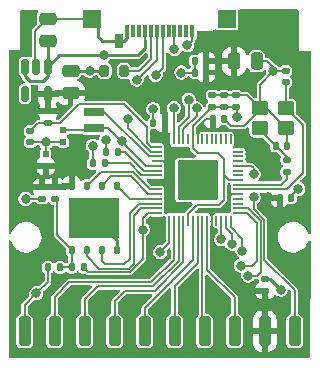
<source format=gtl>
G04 #@! TF.GenerationSoftware,KiCad,Pcbnew,9.0.4*
G04 #@! TF.CreationDate,2025-08-29T17:47:37+02:00*
G04 #@! TF.ProjectId,rp2350_gpio_card,72703233-3530-45f6-9770-696f5f636172,X1*
G04 #@! TF.SameCoordinates,Original*
G04 #@! TF.FileFunction,Copper,L1,Top*
G04 #@! TF.FilePolarity,Positive*
%FSLAX46Y46*%
G04 Gerber Fmt 4.6, Leading zero omitted, Abs format (unit mm)*
G04 Created by KiCad (PCBNEW 9.0.4) date 2025-08-29 17:47:37*
%MOMM*%
%LPD*%
G01*
G04 APERTURE LIST*
G04 Aperture macros list*
%AMRoundRect*
0 Rectangle with rounded corners*
0 $1 Rounding radius*
0 $2 $3 $4 $5 $6 $7 $8 $9 X,Y pos of 4 corners*
0 Add a 4 corners polygon primitive as box body*
4,1,4,$2,$3,$4,$5,$6,$7,$8,$9,$2,$3,0*
0 Add four circle primitives for the rounded corners*
1,1,$1+$1,$2,$3*
1,1,$1+$1,$4,$5*
1,1,$1+$1,$6,$7*
1,1,$1+$1,$8,$9*
0 Add four rect primitives between the rounded corners*
20,1,$1+$1,$2,$3,$4,$5,0*
20,1,$1+$1,$4,$5,$6,$7,0*
20,1,$1+$1,$6,$7,$8,$9,0*
20,1,$1+$1,$8,$9,$2,$3,0*%
%AMFreePoly0*
4,1,18,-0.437500,0.050000,-0.433694,0.069134,-0.422855,0.085355,-0.406634,0.096194,-0.387500,0.100000,0.387500,0.100000,0.437500,0.050000,0.437500,-0.050000,0.433694,-0.069134,0.422855,-0.085355,0.406634,-0.096194,0.387500,-0.100000,-0.387500,-0.100000,-0.406634,-0.096194,-0.422855,-0.085355,-0.433694,-0.069134,-0.437500,-0.050000,-0.437500,0.050000,-0.437500,0.050000,$1*%
%AMFreePoly1*
4,1,18,-0.437500,0.050000,-0.433694,0.069134,-0.422855,0.085355,-0.406634,0.096194,-0.387500,0.100000,0.387500,0.100000,0.406634,0.096194,0.422855,0.085355,0.433694,0.069134,0.437500,0.050000,0.437500,-0.050000,0.387500,-0.100000,-0.387500,-0.100000,-0.406634,-0.096194,-0.422855,-0.085355,-0.433694,-0.069134,-0.437500,-0.050000,-0.437500,0.050000,-0.437500,0.050000,$1*%
%AMFreePoly2*
4,1,18,-0.100000,0.387500,-0.050000,0.437500,0.050000,0.437500,0.069134,0.433694,0.085355,0.422855,0.096194,0.406634,0.100000,0.387500,0.100000,-0.387500,0.096194,-0.406634,0.085355,-0.422855,0.069134,-0.433694,0.050000,-0.437500,-0.050000,-0.437500,-0.069134,-0.433694,-0.085355,-0.422855,-0.096194,-0.406634,-0.100000,-0.387500,-0.100000,0.387500,-0.100000,0.387500,$1*%
%AMFreePoly3*
4,1,18,-0.100000,0.387500,-0.096194,0.406634,-0.085355,0.422855,-0.069134,0.433694,-0.050000,0.437500,0.050000,0.437500,0.100000,0.387500,0.100000,-0.387500,0.096194,-0.406634,0.085355,-0.422855,0.069134,-0.433694,0.050000,-0.437500,-0.050000,-0.437500,-0.069134,-0.433694,-0.085355,-0.422855,-0.096194,-0.406634,-0.100000,-0.387500,-0.100000,0.387500,-0.100000,0.387500,$1*%
%AMFreePoly4*
4,1,18,-0.437500,0.050000,-0.433694,0.069134,-0.422855,0.085355,-0.406634,0.096194,-0.387500,0.100000,0.387500,0.100000,0.406634,0.096194,0.422855,0.085355,0.433694,0.069134,0.437500,0.050000,0.437500,-0.050000,0.433694,-0.069134,0.422855,-0.085355,0.406634,-0.096194,0.387500,-0.100000,-0.387500,-0.100000,-0.437500,-0.050000,-0.437500,0.050000,-0.437500,0.050000,$1*%
%AMFreePoly5*
4,1,18,-0.437500,0.050000,-0.387500,0.100000,0.387500,0.100000,0.406634,0.096194,0.422855,0.085355,0.433694,0.069134,0.437500,0.050000,0.437500,-0.050000,0.433694,-0.069134,0.422855,-0.085355,0.406634,-0.096194,0.387500,-0.100000,-0.387500,-0.100000,-0.406634,-0.096194,-0.422855,-0.085355,-0.433694,-0.069134,-0.437500,-0.050000,-0.437500,0.050000,-0.437500,0.050000,$1*%
%AMFreePoly6*
4,1,18,-0.100000,0.387500,-0.096194,0.406634,-0.085355,0.422855,-0.069134,0.433694,-0.050000,0.437500,0.050000,0.437500,0.069134,0.433694,0.085355,0.422855,0.096194,0.406634,0.100000,0.387500,0.100000,-0.387500,0.050000,-0.437500,-0.050000,-0.437500,-0.069134,-0.433694,-0.085355,-0.422855,-0.096194,-0.406634,-0.100000,-0.387500,-0.100000,0.387500,-0.100000,0.387500,$1*%
%AMFreePoly7*
4,1,18,-0.100000,0.387500,-0.096194,0.406634,-0.085355,0.422855,-0.069134,0.433694,-0.050000,0.437500,0.050000,0.437500,0.069134,0.433694,0.085355,0.422855,0.096194,0.406634,0.100000,0.387500,0.100000,-0.387500,0.096194,-0.406634,0.085355,-0.422855,0.069134,-0.433694,0.050000,-0.437500,-0.050000,-0.437500,-0.100000,-0.387500,-0.100000,0.387500,-0.100000,0.387500,$1*%
G04 Aperture macros list end*
G04 #@! TA.AperFunction,SMDPad,CuDef*
%ADD10RoundRect,0.200000X0.200000X0.275000X-0.200000X0.275000X-0.200000X-0.275000X0.200000X-0.275000X0*%
G04 #@! TD*
G04 #@! TA.AperFunction,SMDPad,CuDef*
%ADD11R,0.380000X1.000000*%
G04 #@! TD*
G04 #@! TA.AperFunction,SMDPad,CuDef*
%ADD12R,0.700000X1.150000*%
G04 #@! TD*
G04 #@! TA.AperFunction,SMDPad,CuDef*
%ADD13R,1.500000X1.500000*%
G04 #@! TD*
G04 #@! TA.AperFunction,SMDPad,CuDef*
%ADD14RoundRect,0.135000X0.185000X-0.135000X0.185000X0.135000X-0.185000X0.135000X-0.185000X-0.135000X0*%
G04 #@! TD*
G04 #@! TA.AperFunction,SMDPad,CuDef*
%ADD15RoundRect,0.250000X0.475000X-0.250000X0.475000X0.250000X-0.475000X0.250000X-0.475000X-0.250000X0*%
G04 #@! TD*
G04 #@! TA.AperFunction,SMDPad,CuDef*
%ADD16RoundRect,0.135000X-0.185000X0.135000X-0.185000X-0.135000X0.185000X-0.135000X0.185000X0.135000X0*%
G04 #@! TD*
G04 #@! TA.AperFunction,SMDPad,CuDef*
%ADD17RoundRect,0.250000X0.450000X0.350000X-0.450000X0.350000X-0.450000X-0.350000X0.450000X-0.350000X0*%
G04 #@! TD*
G04 #@! TA.AperFunction,SMDPad,CuDef*
%ADD18R,0.530000X0.470000*%
G04 #@! TD*
G04 #@! TA.AperFunction,SMDPad,CuDef*
%ADD19RoundRect,0.140000X0.140000X0.170000X-0.140000X0.170000X-0.140000X-0.170000X0.140000X-0.170000X0*%
G04 #@! TD*
G04 #@! TA.AperFunction,SMDPad,CuDef*
%ADD20RoundRect,0.250000X-0.250000X-0.475000X0.250000X-0.475000X0.250000X0.475000X-0.250000X0.475000X0*%
G04 #@! TD*
G04 #@! TA.AperFunction,SMDPad,CuDef*
%ADD21RoundRect,0.140000X-0.140000X-0.170000X0.140000X-0.170000X0.140000X0.170000X-0.140000X0.170000X0*%
G04 #@! TD*
G04 #@! TA.AperFunction,SMDPad,CuDef*
%ADD22RoundRect,0.140000X-0.170000X0.140000X-0.170000X-0.140000X0.170000X-0.140000X0.170000X0.140000X0*%
G04 #@! TD*
G04 #@! TA.AperFunction,SMDPad,CuDef*
%ADD23RoundRect,0.250000X-0.250000X1.000000X-0.250000X-1.000000X0.250000X-1.000000X0.250000X1.000000X0*%
G04 #@! TD*
G04 #@! TA.AperFunction,SMDPad,CuDef*
%ADD24RoundRect,0.135000X-0.135000X-0.185000X0.135000X-0.185000X0.135000X0.185000X-0.135000X0.185000X0*%
G04 #@! TD*
G04 #@! TA.AperFunction,SMDPad,CuDef*
%ADD25RoundRect,0.150000X-0.150000X0.512500X-0.150000X-0.512500X0.150000X-0.512500X0.150000X0.512500X0*%
G04 #@! TD*
G04 #@! TA.AperFunction,SMDPad,CuDef*
%ADD26RoundRect,0.140000X0.170000X-0.140000X0.170000X0.140000X-0.170000X0.140000X-0.170000X-0.140000X0*%
G04 #@! TD*
G04 #@! TA.AperFunction,SMDPad,CuDef*
%ADD27RoundRect,0.125000X0.125000X-0.250000X0.125000X0.250000X-0.125000X0.250000X-0.125000X-0.250000X0*%
G04 #@! TD*
G04 #@! TA.AperFunction,HeatsinkPad*
%ADD28R,4.300000X3.400000*%
G04 #@! TD*
G04 #@! TA.AperFunction,SMDPad,CuDef*
%ADD29RoundRect,0.135000X0.135000X0.185000X-0.135000X0.185000X-0.135000X-0.185000X0.135000X-0.185000X0*%
G04 #@! TD*
G04 #@! TA.AperFunction,SMDPad,CuDef*
%ADD30FreePoly0,90.000000*%
G04 #@! TD*
G04 #@! TA.AperFunction,SMDPad,CuDef*
%ADD31RoundRect,0.050000X0.050000X-0.387500X0.050000X0.387500X-0.050000X0.387500X-0.050000X-0.387500X0*%
G04 #@! TD*
G04 #@! TA.AperFunction,SMDPad,CuDef*
%ADD32FreePoly1,90.000000*%
G04 #@! TD*
G04 #@! TA.AperFunction,SMDPad,CuDef*
%ADD33FreePoly2,90.000000*%
G04 #@! TD*
G04 #@! TA.AperFunction,SMDPad,CuDef*
%ADD34RoundRect,0.050000X0.387500X-0.050000X0.387500X0.050000X-0.387500X0.050000X-0.387500X-0.050000X0*%
G04 #@! TD*
G04 #@! TA.AperFunction,SMDPad,CuDef*
%ADD35FreePoly3,90.000000*%
G04 #@! TD*
G04 #@! TA.AperFunction,SMDPad,CuDef*
%ADD36FreePoly4,90.000000*%
G04 #@! TD*
G04 #@! TA.AperFunction,SMDPad,CuDef*
%ADD37FreePoly5,90.000000*%
G04 #@! TD*
G04 #@! TA.AperFunction,SMDPad,CuDef*
%ADD38FreePoly6,90.000000*%
G04 #@! TD*
G04 #@! TA.AperFunction,SMDPad,CuDef*
%ADD39FreePoly7,90.000000*%
G04 #@! TD*
G04 #@! TA.AperFunction,ComponentPad*
%ADD40C,0.600000*%
G04 #@! TD*
G04 #@! TA.AperFunction,SMDPad,CuDef*
%ADD41RoundRect,0.153000X1.547000X1.547000X-1.547000X1.547000X-1.547000X-1.547000X1.547000X-1.547000X0*%
G04 #@! TD*
G04 #@! TA.AperFunction,SMDPad,CuDef*
%ADD42R,1.700000X0.700000*%
G04 #@! TD*
G04 #@! TA.AperFunction,ViaPad*
%ADD43C,0.800000*%
G04 #@! TD*
G04 #@! TA.AperFunction,ViaPad*
%ADD44C,0.500000*%
G04 #@! TD*
G04 #@! TA.AperFunction,Conductor*
%ADD45C,0.152400*%
G04 #@! TD*
G04 #@! TA.AperFunction,Conductor*
%ADD46C,0.254000*%
G04 #@! TD*
G04 #@! TA.AperFunction,Conductor*
%ADD47C,0.200000*%
G04 #@! TD*
G04 #@! TA.AperFunction,Conductor*
%ADD48C,0.250000*%
G04 #@! TD*
G04 APERTURE END LIST*
D10*
G04 #@! TO.P,R4,1*
G04 #@! TO.N,Net-(P1-CC)*
X100530183Y-57546434D03*
G04 #@! TO.P,R4,2*
G04 #@! TO.N,GND*
X98880183Y-57546434D03*
G04 #@! TD*
D11*
G04 #@! TO.P,P1,A1,GND*
G04 #@! TO.N,GND*
X100805183Y-54186434D03*
G04 #@! TO.P,P1,A2*
G04 #@! TO.N,N/C*
X101305183Y-54186434D03*
G04 #@! TO.P,P1,A3*
X101805183Y-54186434D03*
G04 #@! TO.P,P1,A4,VBUS*
G04 #@! TO.N,VBUS*
X102305183Y-54186434D03*
G04 #@! TO.P,P1,A5,CC*
G04 #@! TO.N,Net-(P1-CC)*
X102805183Y-54186434D03*
G04 #@! TO.P,P1,A6,D+*
G04 #@! TO.N,/USB_D+*
X103305183Y-54186434D03*
G04 #@! TO.P,P1,A7,D-*
G04 #@! TO.N,/USB_D-*
X103805183Y-54186434D03*
G04 #@! TO.P,P1,A8*
G04 #@! TO.N,N/C*
X104305183Y-54186434D03*
G04 #@! TO.P,P1,A9,VBUS*
G04 #@! TO.N,VBUS*
X104805183Y-54186434D03*
G04 #@! TO.P,P1,A10*
G04 #@! TO.N,N/C*
X105305183Y-54186434D03*
G04 #@! TO.P,P1,A11*
X105805183Y-54186434D03*
G04 #@! TO.P,P1,A12,GND*
G04 #@! TO.N,GND*
X106305183Y-54186434D03*
D12*
G04 #@! TO.P,P1,S1,SHIELD*
X100135183Y-55026434D03*
G04 #@! TD*
D13*
G04 #@! TO.P,TP1,1,1*
G04 #@! TO.N,GND*
X97855183Y-53146434D03*
G04 #@! TD*
G04 #@! TO.P,TP2,1,1*
G04 #@! TO.N,GND*
X109255183Y-53146434D03*
G04 #@! TD*
D14*
G04 #@! TO.P,R8,1*
G04 #@! TO.N,/XOUT*
X114300000Y-66110000D03*
G04 #@! TO.P,R8,2*
G04 #@! TO.N,Net-(C16-Pad1)*
X114300000Y-65090000D03*
G04 #@! TD*
D15*
G04 #@! TO.P,C19,1*
G04 #@! TO.N,VBUS*
X94055183Y-55046434D03*
G04 #@! TO.P,C19,2*
G04 #@! TO.N,GND*
X94055183Y-53146434D03*
G04 #@! TD*
D16*
G04 #@! TO.P,R5,1*
G04 #@! TO.N,+3.3V*
X94700000Y-67390000D03*
G04 #@! TO.P,R5,2*
G04 #@! TO.N,/FLASH_SS*
X94700000Y-68410000D03*
G04 #@! TD*
D17*
G04 #@! TO.P,Y1,1,1*
G04 #@! TO.N,/XIN*
X114235183Y-60726434D03*
G04 #@! TO.P,Y1,2,2*
G04 #@! TO.N,GND*
X112035183Y-60726434D03*
G04 #@! TO.P,Y1,3,3*
G04 #@! TO.N,Net-(C16-Pad1)*
X112035183Y-62426434D03*
G04 #@! TO.P,Y1,4,4*
G04 #@! TO.N,GND*
X114235183Y-62426434D03*
G04 #@! TD*
D18*
G04 #@! TO.P,C1,1*
G04 #@! TO.N,+3.3V*
X93905000Y-65635000D03*
G04 #@! TO.P,C1,2*
G04 #@! TO.N,GND*
X93905000Y-64605000D03*
G04 #@! TD*
D19*
G04 #@! TO.P,C9,1*
G04 #@! TO.N,+3.3V*
X107480000Y-57700000D03*
G04 #@! TO.P,C9,2*
G04 #@! TO.N,GND*
X106520000Y-57700000D03*
G04 #@! TD*
D20*
G04 #@! TO.P,C2,1*
G04 #@! TO.N,+3.3V*
X109855183Y-56746434D03*
G04 #@! TO.P,C2,2*
G04 #@! TO.N,GND*
X111755183Y-56746434D03*
G04 #@! TD*
D21*
G04 #@! TO.P,C10,1*
G04 #@! TO.N,+3.3V*
X108075183Y-61646434D03*
G04 #@! TO.P,C10,2*
G04 #@! TO.N,GND*
X109035183Y-61646434D03*
G04 #@! TD*
D22*
G04 #@! TO.P,C17,1*
G04 #@! TO.N,+3.3V*
X93600000Y-67420000D03*
G04 #@! TO.P,C17,2*
G04 #@! TO.N,GND*
X93600000Y-68380000D03*
G04 #@! TD*
D23*
G04 #@! TO.P,J2,1,Pin_1*
G04 #@! TO.N,/RUN*
X114985183Y-79600000D03*
G04 #@! TO.P,J2,2,Pin_2*
G04 #@! TO.N,+3.3V*
X112445183Y-79600000D03*
G04 #@! TO.P,J2,3,Pin_3*
G04 #@! TO.N,/GPIO7*
X109905183Y-79600000D03*
G04 #@! TO.P,J2,4,Pin_4*
G04 #@! TO.N,/GPIO6*
X107365183Y-79600000D03*
G04 #@! TO.P,J2,5,Pin_5*
G04 #@! TO.N,/GPIO5*
X104825183Y-79600000D03*
G04 #@! TO.P,J2,6,Pin_6*
G04 #@! TO.N,/GPIO4*
X102285183Y-79600000D03*
G04 #@! TO.P,J2,7,Pin_7*
G04 #@! TO.N,/GPIO3*
X99745183Y-79600000D03*
G04 #@! TO.P,J2,8,Pin_8*
G04 #@! TO.N,/GPIO2*
X97205183Y-79600000D03*
G04 #@! TO.P,J2,9,Pin_9*
G04 #@! TO.N,/GPIO1*
X94665183Y-79600000D03*
G04 #@! TO.P,J2,10,Pin_10*
G04 #@! TO.N,/GPIO0*
X92125183Y-79600000D03*
G04 #@! TD*
D19*
G04 #@! TO.P,C8,1*
G04 #@! TO.N,+3.3V*
X103980000Y-62000000D03*
G04 #@! TO.P,C8,2*
G04 #@! TO.N,GND*
X103020000Y-62000000D03*
G04 #@! TD*
D18*
G04 #@! TO.P,C3,1*
G04 #@! TO.N,+1V1*
X95400000Y-62585000D03*
G04 #@! TO.P,C3,2*
G04 #@! TO.N,GND*
X95400000Y-63615000D03*
G04 #@! TD*
D22*
G04 #@! TO.P,C5,1*
G04 #@! TO.N,/VREG_AVDD*
X92605000Y-62640000D03*
G04 #@! TO.P,C5,2*
G04 #@! TO.N,GND*
X92605000Y-63600000D03*
G04 #@! TD*
D24*
G04 #@! TO.P,R3,1*
G04 #@! TO.N,/USB_D-*
X98990000Y-64400000D03*
G04 #@! TO.P,R3,2*
G04 #@! TO.N,Net-(U1-USB_DM)*
X100010000Y-64400000D03*
G04 #@! TD*
D25*
G04 #@! TO.P,U4,1,VIN*
G04 #@! TO.N,VBUS*
X94067683Y-57208934D03*
G04 #@! TO.P,U4,2,GND*
G04 #@! TO.N,GND*
X93117683Y-57208934D03*
G04 #@! TO.P,U4,3,EN*
G04 #@! TO.N,VBUS*
X92167683Y-57208934D03*
G04 #@! TO.P,U4,4,NC*
G04 #@! TO.N,unconnected-(U4-NC-Pad4)*
X92167683Y-59483934D03*
G04 #@! TO.P,U4,5,VOUT*
G04 #@! TO.N,+3.3V*
X94067683Y-59483934D03*
G04 #@! TD*
D16*
G04 #@! TO.P,R1,1*
G04 #@! TO.N,+3.3V*
X94100000Y-60990000D03*
G04 #@! TO.P,R1,2*
G04 #@! TO.N,/VREG_AVDD*
X94100000Y-62010000D03*
G04 #@! TD*
D24*
G04 #@! TO.P,R7,1*
G04 #@! TO.N,/GPIO0*
X94090000Y-74200000D03*
G04 #@! TO.P,R7,2*
G04 #@! TO.N,/FLASH_SS*
X95110000Y-74200000D03*
G04 #@! TD*
D26*
G04 #@! TO.P,C15,1*
G04 #@! TO.N,/XIN*
X114235183Y-58526434D03*
G04 #@! TO.P,C15,2*
G04 #@! TO.N,GND*
X114235183Y-57566434D03*
G04 #@! TD*
D24*
G04 #@! TO.P,R2,1*
G04 #@! TO.N,/USB_D+*
X97890000Y-65400000D03*
G04 #@! TO.P,R2,2*
G04 #@! TO.N,Net-(U1-USB_DP)*
X98910000Y-65400000D03*
G04 #@! TD*
D15*
G04 #@! TO.P,C21,1*
G04 #@! TO.N,+3.3V*
X96005183Y-59446434D03*
G04 #@! TO.P,C21,2*
G04 #@! TO.N,GND*
X96005183Y-57546434D03*
G04 #@! TD*
D21*
G04 #@! TO.P,C12,1*
G04 #@! TO.N,+3.3V*
X113720000Y-68300000D03*
G04 #@! TO.P,C12,2*
G04 #@! TO.N,GND*
X114680000Y-68300000D03*
G04 #@! TD*
D26*
G04 #@! TO.P,C4,1*
G04 #@! TO.N,+1V1*
X110005183Y-60576434D03*
G04 #@! TO.P,C4,2*
G04 #@! TO.N,GND*
X110005183Y-59616434D03*
G04 #@! TD*
D27*
G04 #@! TO.P,U2,1,~{CS}*
G04 #@! TO.N,/FLASH_SS*
X96100183Y-72696434D03*
G04 #@! TO.P,U2,2,DO/IO_{1}*
G04 #@! TO.N,/QSPI_SD1*
X97370183Y-72696434D03*
G04 #@! TO.P,U2,3,~{WP}/IO_{2}*
G04 #@! TO.N,/QSPI_SD2*
X98640183Y-72696434D03*
G04 #@! TO.P,U2,4,GND*
G04 #@! TO.N,GND*
X99910183Y-72696434D03*
G04 #@! TO.P,U2,5,DI/IO_{0}*
G04 #@! TO.N,/QSPI_SD0*
X99910183Y-67296434D03*
G04 #@! TO.P,U2,6,CLK*
G04 #@! TO.N,/QSPI_SCLK*
X98640183Y-67296434D03*
G04 #@! TO.P,U2,7,~{HOLD}/~{RESET}/IO_{3}*
G04 #@! TO.N,/QSPI_SD3*
X97370183Y-67296434D03*
G04 #@! TO.P,U2,8,VCC*
G04 #@! TO.N,+3.3V*
X96100183Y-67296434D03*
D28*
G04 #@! TO.P,U2,9,EP*
G04 #@! TO.N,GND*
X98005183Y-69996434D03*
G04 #@! TD*
D26*
G04 #@! TO.P,C6,1*
G04 #@! TO.N,+1V1*
X109005183Y-60576434D03*
G04 #@! TO.P,C6,2*
G04 #@! TO.N,GND*
X109005183Y-59616434D03*
G04 #@! TD*
G04 #@! TO.P,C7,1*
G04 #@! TO.N,+1V1*
X108005183Y-60576434D03*
G04 #@! TO.P,C7,2*
G04 #@! TO.N,GND*
X108005183Y-59616434D03*
G04 #@! TD*
G04 #@! TO.P,C13,1*
G04 #@! TO.N,+3.3V*
X112455183Y-76176434D03*
G04 #@! TO.P,C13,2*
G04 #@! TO.N,GND*
X112455183Y-75216434D03*
G04 #@! TD*
D29*
G04 #@! TO.P,R6,1*
G04 #@! TO.N,/QSPI_SS*
X97120000Y-74200000D03*
G04 #@! TO.P,R6,2*
G04 #@! TO.N,/FLASH_SS*
X96100000Y-74200000D03*
G04 #@! TD*
D19*
G04 #@! TO.P,C14,1*
G04 #@! TO.N,+3.3V*
X107480000Y-56700000D03*
G04 #@! TO.P,C14,2*
G04 #@! TO.N,GND*
X106520000Y-56700000D03*
G04 #@! TD*
D21*
G04 #@! TO.P,C16,1*
G04 #@! TO.N,Net-(C16-Pad1)*
X113405183Y-63956434D03*
G04 #@! TO.P,C16,2*
G04 #@! TO.N,GND*
X114365183Y-63956434D03*
G04 #@! TD*
D30*
G04 #@! TO.P,U1,1,IOVDD*
G04 #@! TO.N,+3.3V*
X103955183Y-70233934D03*
D31*
G04 #@! TO.P,U1,2,GPIO0*
G04 #@! TO.N,/GPIO0*
X104355183Y-70233934D03*
G04 #@! TO.P,U1,3,GPIO1*
G04 #@! TO.N,/GPIO1*
X104755183Y-70233934D03*
G04 #@! TO.P,U1,4,GPIO2*
G04 #@! TO.N,/GPIO2*
X105155183Y-70233934D03*
G04 #@! TO.P,U1,5,GPIO3*
G04 #@! TO.N,/GPIO3*
X105555183Y-70233934D03*
G04 #@! TO.P,U1,6,DVDD*
G04 #@! TO.N,+1V1*
X105955183Y-70233934D03*
G04 #@! TO.P,U1,7,GPIO4*
G04 #@! TO.N,/GPIO4*
X106355183Y-70233934D03*
G04 #@! TO.P,U1,8,GPIO5*
G04 #@! TO.N,/GPIO5*
X106755183Y-70233934D03*
G04 #@! TO.P,U1,9,GPIO6*
G04 #@! TO.N,/GPIO6*
X107155183Y-70233934D03*
G04 #@! TO.P,U1,10,GPIO7*
G04 #@! TO.N,/GPIO7*
X107555183Y-70233934D03*
G04 #@! TO.P,U1,11,IOVDD*
G04 #@! TO.N,+3.3V*
X107955183Y-70233934D03*
G04 #@! TO.P,U1,12,GPIO8*
G04 #@! TO.N,/GPIO8*
X108355183Y-70233934D03*
G04 #@! TO.P,U1,13,GPIO9*
G04 #@! TO.N,/GPIO9*
X108755183Y-70233934D03*
G04 #@! TO.P,U1,14,GPIO10*
G04 #@! TO.N,/GPIO10*
X109155183Y-70233934D03*
D32*
G04 #@! TO.P,U1,15,GPIO11*
G04 #@! TO.N,/GPIO11*
X109555183Y-70233934D03*
D33*
G04 #@! TO.P,U1,16,GPIO12*
G04 #@! TO.N,/GPIO12*
X110192683Y-69596434D03*
D34*
G04 #@! TO.P,U1,17,GPIO13*
G04 #@! TO.N,/GPIO13*
X110192683Y-69196434D03*
G04 #@! TO.P,U1,18,GPIO14*
G04 #@! TO.N,/GPIO14*
X110192683Y-68796434D03*
G04 #@! TO.P,U1,19,GPIO15*
G04 #@! TO.N,/GPIO15*
X110192683Y-68396434D03*
G04 #@! TO.P,U1,20,IOVDD*
G04 #@! TO.N,+3.3V*
X110192683Y-67996434D03*
G04 #@! TO.P,U1,21,XIN*
G04 #@! TO.N,/XIN*
X110192683Y-67596434D03*
G04 #@! TO.P,U1,22,XOUT*
G04 #@! TO.N,/XOUT*
X110192683Y-67196434D03*
G04 #@! TO.P,U1,23,DVDD*
G04 #@! TO.N,+1V1*
X110192683Y-66796434D03*
G04 #@! TO.P,U1,24,SWCLK*
G04 #@! TO.N,/SWCLK*
X110192683Y-66396434D03*
G04 #@! TO.P,U1,25,SWD*
G04 #@! TO.N,/SWD*
X110192683Y-65996434D03*
G04 #@! TO.P,U1,26,RUN*
G04 #@! TO.N,/RUN*
X110192683Y-65596434D03*
G04 #@! TO.P,U1,27,GPIO16*
G04 #@! TO.N,/GPIO16*
X110192683Y-65196434D03*
G04 #@! TO.P,U1,28,GPIO17*
G04 #@! TO.N,/GPIO17*
X110192683Y-64796434D03*
G04 #@! TO.P,U1,29,GPIO18*
G04 #@! TO.N,/GPIO18*
X110192683Y-64396434D03*
D35*
G04 #@! TO.P,U1,30,IOVDD*
G04 #@! TO.N,+3.3V*
X110192683Y-63996434D03*
D36*
G04 #@! TO.P,U1,31,GPIO19*
G04 #@! TO.N,/GPIO19*
X109555183Y-63358934D03*
D31*
G04 #@! TO.P,U1,32,GPIO20*
G04 #@! TO.N,/GPIO20*
X109155183Y-63358934D03*
G04 #@! TO.P,U1,33,GPIO21*
G04 #@! TO.N,/GPIO21*
X108755183Y-63358934D03*
G04 #@! TO.P,U1,34,GPIO22*
G04 #@! TO.N,/GPIO22*
X108355183Y-63358934D03*
G04 #@! TO.P,U1,35,GPIO23*
G04 #@! TO.N,/GPIO23*
X107955183Y-63358934D03*
G04 #@! TO.P,U1,36,GPIO24*
G04 #@! TO.N,/GPIO24*
X107555183Y-63358934D03*
G04 #@! TO.P,U1,37,GPIO25*
G04 #@! TO.N,/GPIO25*
X107155183Y-63358934D03*
G04 #@! TO.P,U1,38,IOVDD*
G04 #@! TO.N,+3.3V*
X106755183Y-63358934D03*
G04 #@! TO.P,U1,39,DVDD*
G04 #@! TO.N,+1V1*
X106355183Y-63358934D03*
G04 #@! TO.P,U1,40,GPIO26_ADC0*
G04 #@! TO.N,/GPIO26_ADC0*
X105955183Y-63358934D03*
G04 #@! TO.P,U1,41,GPIO27_ADC1*
G04 #@! TO.N,/GPIO27_ADC1*
X105555183Y-63358934D03*
G04 #@! TO.P,U1,42,GPIO28_ADC2*
G04 #@! TO.N,/GPIO28_ADC2*
X105155183Y-63358934D03*
G04 #@! TO.P,U1,43,GPIO29_ADC3*
G04 #@! TO.N,/GPIO29_ADC3*
X104755183Y-63358934D03*
G04 #@! TO.P,U1,44,ADC_AVDD*
G04 #@! TO.N,+3.3V*
X104355183Y-63358934D03*
D37*
G04 #@! TO.P,U1,45,IOVDD*
X103955183Y-63358934D03*
D38*
G04 #@! TO.P,U1,46,VREG_AVDD*
G04 #@! TO.N,/VREG_AVDD*
X103317683Y-63996434D03*
D34*
G04 #@! TO.P,U1,47,VREG_PGND*
G04 #@! TO.N,GND*
X103317683Y-64396434D03*
G04 #@! TO.P,U1,48,VREG_LX*
G04 #@! TO.N,/VREG_LX*
X103317683Y-64796434D03*
G04 #@! TO.P,U1,49,VREG_VIN*
G04 #@! TO.N,+3.3V*
X103317683Y-65196434D03*
G04 #@! TO.P,U1,50,VREG_FB*
G04 #@! TO.N,+1V1*
X103317683Y-65596434D03*
G04 #@! TO.P,U1,51,USB_DM*
G04 #@! TO.N,Net-(U1-USB_DM)*
X103317683Y-65996434D03*
G04 #@! TO.P,U1,52,USB_DP*
G04 #@! TO.N,Net-(U1-USB_DP)*
X103317683Y-66396434D03*
G04 #@! TO.P,U1,53,USB_OTP_VDD*
G04 #@! TO.N,+3.3V*
X103317683Y-66796434D03*
G04 #@! TO.P,U1,54,QSPI_IOVDD*
X103317683Y-67196434D03*
G04 #@! TO.P,U1,55,QSPI_SD3*
G04 #@! TO.N,/QSPI_SD3*
X103317683Y-67596434D03*
G04 #@! TO.P,U1,56,QSPI_SCLK*
G04 #@! TO.N,/QSPI_SCLK*
X103317683Y-67996434D03*
G04 #@! TO.P,U1,57,QSPI_SD0*
G04 #@! TO.N,/QSPI_SD0*
X103317683Y-68396434D03*
G04 #@! TO.P,U1,58,QSPI_SD2*
G04 #@! TO.N,/QSPI_SD2*
X103317683Y-68796434D03*
G04 #@! TO.P,U1,59,QSPI_SD1*
G04 #@! TO.N,/QSPI_SD1*
X103317683Y-69196434D03*
D39*
G04 #@! TO.P,U1,60,QSPI_SS*
G04 #@! TO.N,/QSPI_SS*
X103317683Y-69596434D03*
D40*
G04 #@! TO.P,U1,61,GND*
G04 #@! TO.N,GND*
X105380183Y-68171434D03*
X106755183Y-68171434D03*
X108130183Y-68171434D03*
X105380183Y-66796434D03*
X106755183Y-66796434D03*
D41*
X106755183Y-66796434D03*
D40*
X108130183Y-66796434D03*
X105380183Y-65421434D03*
X106755183Y-65421434D03*
X108130183Y-65421434D03*
G04 #@! TD*
D42*
G04 #@! TO.P,L1,1,1*
G04 #@! TO.N,+1V1*
X98018156Y-62400000D03*
G04 #@! TO.P,L1,2,2*
G04 #@! TO.N,/VREG_LX*
X98018156Y-61000000D03*
G04 #@! TD*
D43*
G04 #@! TO.N,+1V1*
X110100000Y-61500000D03*
X100382403Y-63516978D03*
G04 #@! TO.N,VBUS*
X104800000Y-55700000D03*
X98800000Y-56246434D03*
G04 #@! TO.N,+3.3V*
X112700000Y-68272634D03*
X112700000Y-65100000D03*
G04 #@! TO.N,/GPIO27_ADC1*
X106685028Y-60729793D03*
G04 #@! TO.N,/GPIO29_ADC3*
X104755183Y-60700000D03*
G04 #@! TO.N,/GPIO11*
X110555183Y-72771434D03*
G04 #@! TO.N,/QSPI_SS*
X102130183Y-70996434D03*
G04 #@! TO.N,/RUN*
X111500000Y-66300000D03*
X111500000Y-68272634D03*
G04 #@! TO.N,/GPIO10*
X109680183Y-72196434D03*
G04 #@! TO.N,/GPIO9*
X108755502Y-71815683D03*
G04 #@! TO.N,/GPIO28_ADC2*
X106005183Y-59996434D03*
G04 #@! TO.N,/GPIO0*
X103601588Y-72897192D03*
X93100000Y-76400000D03*
G04 #@! TO.N,/USB_D+*
X101600000Y-58300000D03*
X97900000Y-63900000D03*
G04 #@! TO.N,/USB_D-*
X103200000Y-57900000D03*
X99000000Y-63400000D03*
G04 #@! TO.N,/GPIO13*
X111055183Y-74896434D03*
G04 #@! TO.N,/GPIO12*
X110405183Y-74046434D03*
D44*
G04 #@! TO.N,GND*
X97413183Y-52717934D03*
X97413183Y-53606934D03*
X109732183Y-52717934D03*
X109732183Y-53606934D03*
X98302183Y-53606934D03*
D43*
X105400000Y-57700000D03*
X113180183Y-57596434D03*
X115293837Y-67562455D03*
X98005183Y-69996434D03*
D44*
X108779683Y-52717934D03*
X98302183Y-52717934D03*
D43*
X103000000Y-60800000D03*
D44*
X108779683Y-53606934D03*
D43*
X113800000Y-76100000D03*
X93920000Y-63620000D03*
X105900000Y-55400000D03*
X92200000Y-68400000D03*
X97630183Y-57546434D03*
X100835997Y-61643989D03*
G04 #@! TD*
D45*
G04 #@! TO.N,+1V1*
X109000000Y-66373821D02*
X109422613Y-66796434D01*
X99200000Y-62400000D02*
X98018156Y-62400000D01*
X100382403Y-63516978D02*
X100316978Y-63516978D01*
X100382403Y-63516978D02*
X100382403Y-63582403D01*
X108005183Y-60576434D02*
X109005183Y-60576434D01*
X106355183Y-62246650D02*
X108005183Y-60596651D01*
X110100000Y-61500000D02*
X110100000Y-60471251D01*
X106355183Y-63358934D02*
X106355183Y-62246650D01*
X100382403Y-63582403D02*
X102396434Y-65596434D01*
X109422613Y-66796434D02*
X110192683Y-66796434D01*
X106800000Y-64500000D02*
X106355183Y-64055183D01*
X105955183Y-70233934D02*
X105955183Y-69644817D01*
X110100000Y-60671251D02*
X110005183Y-60576434D01*
X108500000Y-64500000D02*
X106800000Y-64500000D01*
X95400000Y-62585000D02*
X97833156Y-62585000D01*
X108005183Y-60596651D02*
X108005183Y-60576434D01*
X108600000Y-68900000D02*
X109000000Y-68500000D01*
X106700000Y-68900000D02*
X108600000Y-68900000D01*
X102396434Y-65596434D02*
X103317683Y-65596434D01*
X105955183Y-69644817D02*
X106700000Y-68900000D01*
X109000000Y-65000000D02*
X108500000Y-64500000D01*
X106355183Y-64055183D02*
X106355183Y-63358934D01*
X97918156Y-62300000D02*
X98018156Y-62400000D01*
X109000000Y-66373821D02*
X109000000Y-65000000D01*
X100316978Y-63516978D02*
X99200000Y-62400000D01*
X97833156Y-62585000D02*
X98018156Y-62400000D01*
X109005183Y-60576434D02*
X110005183Y-60576434D01*
X109000000Y-68500000D02*
X109000000Y-66373821D01*
D46*
G04 #@! TO.N,VBUS*
X102300183Y-55636434D02*
X102300183Y-54926434D01*
X102300183Y-54926434D02*
X102305183Y-54921434D01*
X101690183Y-56246434D02*
X102300183Y-55636434D01*
X92167683Y-58008934D02*
X92555183Y-58396434D01*
X94067683Y-57208934D02*
X94067683Y-55058934D01*
D45*
X104805183Y-54186434D02*
X104805183Y-55694817D01*
D46*
X95030183Y-56246434D02*
X94067683Y-57208934D01*
X94067683Y-58033934D02*
X94067683Y-57208934D01*
D45*
X102305183Y-54186434D02*
X102305183Y-54921434D01*
D46*
X98800000Y-56246434D02*
X95030183Y-56246434D01*
D45*
X94067683Y-55058934D02*
X94055183Y-55046434D01*
X104805183Y-55694817D02*
X104800000Y-55700000D01*
D46*
X93705183Y-58396434D02*
X94067683Y-58033934D01*
X92167683Y-57208934D02*
X92167683Y-58008934D01*
X98800000Y-56246434D02*
X101690183Y-56246434D01*
X92555183Y-58396434D02*
X93705183Y-58396434D01*
D45*
G04 #@! TO.N,/VREG_AVDD*
X93235000Y-62010000D02*
X92605000Y-62640000D01*
X102462800Y-63662800D02*
X102796434Y-63996434D01*
X102462800Y-62313086D02*
X102462800Y-63662800D01*
X100522514Y-60372800D02*
X102462800Y-62313086D01*
X94100000Y-62010000D02*
X93235000Y-62010000D01*
X96727200Y-60372800D02*
X100522514Y-60372800D01*
X103314117Y-64000000D02*
X103317683Y-63996434D01*
X94100000Y-62010000D02*
X95090000Y-62010000D01*
X102796434Y-63996434D02*
X103317683Y-63996434D01*
X95090000Y-62010000D02*
X96727200Y-60372800D01*
G04 #@! TO.N,/XIN*
X115685183Y-62176434D02*
X114235183Y-60726434D01*
X114303566Y-67596434D02*
X115685183Y-66214817D01*
X109842683Y-67596434D02*
X114303566Y-67596434D01*
X115685183Y-66214817D02*
X115685183Y-62176434D01*
X114235183Y-60726434D02*
X114235183Y-58526434D01*
G04 #@! TO.N,Net-(C16-Pad1)*
X114300000Y-64851251D02*
X113405183Y-63956434D01*
X113405183Y-63956434D02*
X112035183Y-62586434D01*
X112035183Y-62586434D02*
X112035183Y-62426434D01*
X112025183Y-62436434D02*
X112035183Y-62426434D01*
X114300000Y-65090000D02*
X114300000Y-64851251D01*
G04 #@! TO.N,+3.3V*
X108075183Y-61646434D02*
X107455183Y-61646434D01*
D47*
X107955183Y-73521434D02*
X112445183Y-78011434D01*
D45*
X107955183Y-70233934D02*
X107932383Y-70256734D01*
X94105183Y-59446434D02*
X94067683Y-59483934D01*
D46*
X96005183Y-59446434D02*
X94105183Y-59446434D01*
D45*
X112727366Y-68300000D02*
X112700000Y-68272634D01*
X106755183Y-62346434D02*
X106755183Y-63358934D01*
D47*
X107955183Y-70233934D02*
X107955183Y-73521434D01*
D45*
X112700000Y-65100000D02*
X111596434Y-63996434D01*
X112445183Y-76186434D02*
X112455183Y-76176434D01*
X111596434Y-63996434D02*
X110192683Y-63996434D01*
X107455183Y-61646434D02*
X106755183Y-62346434D01*
D47*
X112445183Y-80196434D02*
X112445183Y-76186434D01*
D45*
X113720000Y-68300000D02*
X112727366Y-68300000D01*
G04 #@! TO.N,/GPIO27_ADC1*
X106685028Y-60729793D02*
X106681383Y-60733438D01*
X105555183Y-62496434D02*
X105555183Y-63358934D01*
X106681383Y-60733438D02*
X106681383Y-61370234D01*
X106681383Y-61370234D02*
X105555183Y-62496434D01*
G04 #@! TO.N,/GPIO29_ADC3*
X104755183Y-60700000D02*
X104755183Y-63358934D01*
G04 #@! TO.N,/GPIO11*
X110555183Y-71771434D02*
X109555183Y-70771434D01*
X110555183Y-72771434D02*
X110555183Y-71771434D01*
X110555183Y-72771434D02*
X110580183Y-72746434D01*
X109555183Y-70771434D02*
X109555183Y-70233934D01*
G04 #@! TO.N,/QSPI_SS*
X102555183Y-69596434D02*
X102130183Y-70021434D01*
X97496834Y-74576834D02*
X101071329Y-74576834D01*
X102130183Y-73517980D02*
X102130183Y-70996434D01*
X97120000Y-74200000D02*
X97496834Y-74576834D01*
X101071329Y-74576834D02*
X102130183Y-73517980D01*
X102130183Y-70021434D02*
X102130183Y-70996434D01*
X103317683Y-69596434D02*
X102555183Y-69596434D01*
G04 #@! TO.N,/RUN*
X111500000Y-65800000D02*
X111296434Y-65596434D01*
X112380400Y-70150323D02*
X112380400Y-73546651D01*
X111500000Y-69269922D02*
X112380400Y-70150323D01*
X111500000Y-66300000D02*
X111500000Y-65800000D01*
X114985183Y-76151434D02*
X114985183Y-80196434D01*
X111500000Y-68272634D02*
X111500000Y-69269922D01*
X111296434Y-65596434D02*
X110192683Y-65596434D01*
X112380400Y-73546651D02*
X114985183Y-76151434D01*
G04 #@! TO.N,/GPIO10*
X109680183Y-71396218D02*
X109155183Y-70871218D01*
X109155183Y-70871218D02*
X109155183Y-70233934D01*
X109680183Y-72196434D02*
X109680183Y-71396218D01*
G04 #@! TO.N,/GPIO9*
X108755502Y-71815683D02*
X108755183Y-71815364D01*
X108755183Y-71815364D02*
X108755183Y-70233934D01*
G04 #@! TO.N,/GPIO28_ADC2*
X106005183Y-61496434D02*
X105155183Y-62346434D01*
X105155183Y-62346434D02*
X105155183Y-63358934D01*
X106005183Y-59996434D02*
X106005183Y-61496434D01*
G04 #@! TO.N,/GPIO2*
X102997951Y-75803234D02*
X98305183Y-75803234D01*
X105155183Y-70233934D02*
X105155183Y-73646002D01*
X105155183Y-73646002D02*
X102997951Y-75803234D01*
X98305183Y-75803234D02*
X97205183Y-76903234D01*
X97205183Y-76903234D02*
X97205183Y-80196434D01*
G04 #@! TO.N,/GPIO1*
X94665183Y-76706434D02*
X94665183Y-80196434D01*
X104755183Y-73546218D02*
X102851567Y-75449834D01*
X104755183Y-70233934D02*
X104755183Y-73546218D01*
X102851567Y-75449834D02*
X95901783Y-75449834D01*
X94655183Y-76696434D02*
X94665183Y-76706434D01*
X95901783Y-75449834D02*
X94655183Y-76696434D01*
G04 #@! TO.N,/GPIO5*
X106755183Y-73846218D02*
X104825183Y-75776218D01*
X106755183Y-70233934D02*
X106755183Y-73846218D01*
X104825183Y-75776218D02*
X104825183Y-80196434D01*
G04 #@! TO.N,/GPIO4*
X106355183Y-73571434D02*
X102285183Y-77641434D01*
X106355183Y-70233934D02*
X106355183Y-73571434D01*
X102285183Y-77641434D02*
X102285183Y-80196434D01*
G04 #@! TO.N,/GPIO6*
X107155183Y-70233934D02*
X107155183Y-79986434D01*
X107155183Y-79986434D02*
X107365183Y-80196434D01*
G04 #@! TO.N,/GPIO0*
X94090000Y-74200000D02*
X94090000Y-75410000D01*
X104355183Y-72143597D02*
X103601588Y-72897192D01*
X94090000Y-75410000D02*
X93100000Y-76400000D01*
X92125183Y-77374817D02*
X92125183Y-79600000D01*
X104355183Y-72044817D02*
X104355183Y-72143597D01*
X104355183Y-70233934D02*
X104355183Y-72044817D01*
X93100000Y-76400000D02*
X92125183Y-77374817D01*
G04 #@! TO.N,/GPIO3*
X99745183Y-77066634D02*
X99745183Y-80196434D01*
X103144335Y-76156634D02*
X100655183Y-76156634D01*
X100655183Y-76156634D02*
X99745183Y-77066634D01*
X105555183Y-73745785D02*
X103144335Y-76156634D01*
X105555183Y-70233934D02*
X105555183Y-73745785D01*
G04 #@! TO.N,/GPIO7*
X109905183Y-76746434D02*
X109905183Y-80196434D01*
X107555183Y-74396434D02*
X109905183Y-76746434D01*
X107555183Y-70233934D02*
X107555183Y-74396434D01*
G04 #@! TO.N,/VREG_LX*
X102619565Y-64796434D02*
X98823131Y-61000000D01*
X103317683Y-64796434D02*
X102619565Y-64796434D01*
X98823131Y-61000000D02*
X98018156Y-61000000D01*
G04 #@! TO.N,Net-(P1-CC)*
X102805183Y-56571434D02*
X102805183Y-54186434D01*
X100530183Y-57546434D02*
X101830183Y-57546434D01*
X101830183Y-57546434D02*
X102805183Y-56571434D01*
D47*
G04 #@! TO.N,/USB_D+*
X103305183Y-56652878D02*
X101658061Y-58300000D01*
X101658061Y-58300000D02*
X101600000Y-58300000D01*
X103305183Y-56652878D02*
X103305183Y-54971434D01*
X97900000Y-63900000D02*
X97900000Y-65390000D01*
X97900000Y-65390000D02*
X97890000Y-65400000D01*
D45*
X103305183Y-54186434D02*
X103305183Y-54971434D01*
G04 #@! TO.N,/USB_D-*
X103805183Y-54186434D02*
X103805183Y-54961434D01*
D47*
X103200000Y-57900000D02*
X103805183Y-57294817D01*
X99000000Y-64390000D02*
X98990000Y-64400000D01*
X99000000Y-63400000D02*
X99000000Y-64390000D01*
X103805183Y-57294817D02*
X103805183Y-54961434D01*
G04 #@! TO.N,Net-(U1-USB_DP)*
X103317683Y-66396434D02*
X102005183Y-66396434D01*
X102005183Y-66396434D02*
X101008749Y-65400000D01*
X101008749Y-65400000D02*
X98910000Y-65400000D01*
G04 #@! TO.N,Net-(U1-USB_DM)*
X103317683Y-65996434D02*
X102205183Y-65996434D01*
X100608749Y-64400000D02*
X100010000Y-64400000D01*
X100100000Y-64190000D02*
X100090000Y-64200000D01*
X102205183Y-65996434D02*
X100608749Y-64400000D01*
D45*
G04 #@! TO.N,/FLASH_SS*
X94700000Y-68410000D02*
X94900000Y-68610000D01*
X96100183Y-72696434D02*
X96100183Y-74199817D01*
X94900000Y-68610000D02*
X94900000Y-71496251D01*
X96100000Y-74200000D02*
X95110000Y-74200000D01*
X94900000Y-71496251D02*
X96100183Y-72696434D01*
X96100183Y-74199817D02*
X96100000Y-74200000D01*
X96090000Y-72706617D02*
X96100183Y-72696434D01*
G04 #@! TO.N,/XOUT*
X113803566Y-67196434D02*
X109842683Y-67196434D01*
X114300000Y-66700000D02*
X113803566Y-67196434D01*
X114300000Y-66110000D02*
X114300000Y-66700000D01*
G04 #@! TO.N,/QSPI_SCLK*
X101100000Y-66500000D02*
X102596434Y-67996434D01*
X98640183Y-67296434D02*
X99436617Y-66500000D01*
X102596434Y-67996434D02*
X103317683Y-67996434D01*
X99436617Y-66500000D02*
X101100000Y-66500000D01*
G04 #@! TO.N,/QSPI_SD1*
X98396434Y-74296434D02*
X97370183Y-73270183D01*
X100955183Y-74296434D02*
X98396434Y-74296434D01*
X101358583Y-69841417D02*
X101358583Y-73893034D01*
X103317683Y-69196434D02*
X102003566Y-69196434D01*
X97370183Y-73270183D02*
X97370183Y-72696434D01*
X102003566Y-69196434D02*
X101358583Y-69841417D01*
X101358583Y-73893034D02*
X100955183Y-74296434D01*
G04 #@! TO.N,/GPIO13*
X112100000Y-74557817D02*
X111761383Y-74896434D01*
X111761383Y-74896434D02*
X111055183Y-74896434D01*
X111029966Y-69196434D02*
X112100000Y-70266468D01*
X110192683Y-69196434D02*
X111029966Y-69196434D01*
X112100000Y-70266468D02*
X112100000Y-74557817D01*
G04 #@! TO.N,/QSPI_SD3*
X97370183Y-67296434D02*
X98566617Y-66100000D01*
X102774979Y-67596434D02*
X103317683Y-67596434D01*
X101278545Y-66100000D02*
X102774979Y-67596434D01*
X98566617Y-66100000D02*
X101278545Y-66100000D01*
G04 #@! TO.N,/GPIO12*
X111800000Y-70466251D02*
X110930183Y-69596434D01*
X111405183Y-74046434D02*
X111800000Y-73651617D01*
X110405183Y-74046434D02*
X111405183Y-74046434D01*
X111800000Y-73651617D02*
X111800000Y-70466251D01*
X110930183Y-69596434D02*
X110192683Y-69596434D01*
G04 #@! TO.N,/QSPI_SD2*
X103317683Y-68796434D02*
X101803565Y-68796434D01*
X98951783Y-73943034D02*
X98640183Y-73631434D01*
X100558583Y-73943034D02*
X98951783Y-73943034D01*
X101803565Y-68796434D02*
X101005183Y-69594816D01*
X101005183Y-69594816D02*
X101005183Y-73496434D01*
X98640183Y-73631434D02*
X98640183Y-72696434D01*
X101005183Y-73496434D02*
X100558583Y-73943034D01*
G04 #@! TO.N,/QSPI_SD0*
X101010183Y-68396434D02*
X103317683Y-68396434D01*
X99910183Y-67296434D02*
X101010183Y-68396434D01*
D46*
G04 #@! TO.N,GND*
X96005183Y-57546434D02*
X97630183Y-57546434D01*
D45*
X113210183Y-57566434D02*
X113180183Y-57596434D01*
X106305183Y-54994817D02*
X105900000Y-55400000D01*
X102796434Y-64396434D02*
X103317683Y-64396434D01*
X103020000Y-62000000D02*
X103020000Y-60820000D01*
X112035183Y-60864817D02*
X112035183Y-60726434D01*
D48*
X99910183Y-72696434D02*
X99910183Y-71901434D01*
D45*
X114680000Y-68176292D02*
X115293837Y-67562455D01*
X106520000Y-57700000D02*
X105400000Y-57700000D01*
X102796434Y-64396434D02*
X100835997Y-62435997D01*
X93920000Y-63620000D02*
X95395000Y-63620000D01*
X114235183Y-62426434D02*
X112535183Y-60726434D01*
X95395000Y-63620000D02*
X95400000Y-63615000D01*
D48*
X99910183Y-71901434D02*
X98005183Y-69996434D01*
D45*
X109005183Y-59616434D02*
X110005183Y-59616434D01*
X100805183Y-54186434D02*
X100805183Y-54356434D01*
X110005183Y-59616434D02*
X110925183Y-59616434D01*
X93117683Y-57208934D02*
X92980183Y-57071434D01*
X93905000Y-64605000D02*
X93905000Y-63635000D01*
X112035183Y-60726434D02*
X112035183Y-58741434D01*
D48*
X112916434Y-75216434D02*
X113800000Y-76100000D01*
D45*
X114365183Y-62556434D02*
X114235183Y-62426434D01*
X106305183Y-54186434D02*
X106305183Y-54994817D01*
X92605000Y-63600000D02*
X93900000Y-63600000D01*
D46*
X98710183Y-55026434D02*
X98302183Y-54618434D01*
D45*
X114365183Y-63956434D02*
X114365183Y-62556434D01*
X113180183Y-57246434D02*
X113180183Y-57596434D01*
X110700000Y-62200000D02*
X112035183Y-60864817D01*
X111755183Y-56746434D02*
X112680183Y-56746434D01*
X103020000Y-60820000D02*
X103000000Y-60800000D01*
X93600000Y-68380000D02*
X92220000Y-68380000D01*
D48*
X112455183Y-75216434D02*
X112916434Y-75216434D01*
D45*
X112535183Y-60726434D02*
X112035183Y-60726434D01*
X106520000Y-57700000D02*
X106520000Y-56700000D01*
D46*
X100135183Y-55026434D02*
X98710183Y-55026434D01*
D45*
X114680000Y-68300000D02*
X114680000Y-68176292D01*
D47*
X97855183Y-53146434D02*
X94055183Y-53146434D01*
D46*
X100135183Y-55026434D02*
X100523566Y-55026434D01*
D45*
X109588749Y-62200000D02*
X110700000Y-62200000D01*
X92220000Y-68380000D02*
X92200000Y-68400000D01*
X92980183Y-57071434D02*
X92980183Y-54221434D01*
X100835997Y-62435997D02*
X100835997Y-61643989D01*
X114235183Y-57566434D02*
X113210183Y-57566434D01*
X112680183Y-56746434D02*
X113180183Y-57246434D01*
X108005183Y-59616434D02*
X109005183Y-59616434D01*
D46*
X97630183Y-57546434D02*
X98880183Y-57546434D01*
X100523566Y-55026434D02*
X100787183Y-54762817D01*
D45*
X109035183Y-61646434D02*
X109588749Y-62200000D01*
X92980183Y-54221434D02*
X94055183Y-53146434D01*
D46*
X98302183Y-54618434D02*
X98302183Y-53606934D01*
D45*
X112035183Y-58741434D02*
X113180183Y-57596434D01*
D46*
X100787183Y-54762817D02*
X100787183Y-54284878D01*
D45*
X110925183Y-59616434D02*
X112035183Y-60726434D01*
G04 #@! TD*
G04 #@! TA.AperFunction,Conductor*
G04 #@! TO.N,+3.3V*
G36*
X109431503Y-67073374D02*
G01*
X109432326Y-67073145D01*
X109464977Y-67083204D01*
X109497722Y-67092819D01*
X109498280Y-67093463D01*
X109499099Y-67093716D01*
X109521143Y-67119849D01*
X109543477Y-67145623D01*
X109543682Y-67146567D01*
X109544150Y-67147122D01*
X109553644Y-67181115D01*
X109554683Y-67189090D01*
X109554683Y-67271108D01*
X109569217Y-67344174D01*
X109576259Y-67354714D01*
X109579608Y-67380415D01*
X109571208Y-67443886D01*
X109569216Y-67448693D01*
X109554683Y-67521757D01*
X109554683Y-67671112D01*
X109569215Y-67744169D01*
X109569216Y-67744173D01*
X109580125Y-67760499D01*
X109624582Y-67827035D01*
X109699336Y-67876983D01*
X109717598Y-67889185D01*
X109716774Y-67890417D01*
X109760574Y-67925715D01*
X109782638Y-67992010D01*
X109765358Y-68059709D01*
X109714220Y-68107319D01*
X109707699Y-68110296D01*
X109624582Y-68165833D01*
X109569216Y-68248694D01*
X109569215Y-68248698D01*
X109554683Y-68321755D01*
X109554683Y-68321760D01*
X109554683Y-68471108D01*
X109554683Y-68471110D01*
X109554682Y-68471110D01*
X109569216Y-68544174D01*
X109571208Y-68548982D01*
X109573382Y-68569207D01*
X109580381Y-68588311D01*
X109577386Y-68606451D01*
X109578677Y-68618451D01*
X109573797Y-68628199D01*
X109571208Y-68643886D01*
X109569217Y-68648692D01*
X109554683Y-68721757D01*
X109554683Y-68721760D01*
X109554683Y-68871108D01*
X109554683Y-68871110D01*
X109554682Y-68871110D01*
X109569216Y-68944174D01*
X109571208Y-68948982D01*
X109578677Y-69018451D01*
X109571208Y-69043886D01*
X109569216Y-69048693D01*
X109554683Y-69121757D01*
X109554683Y-69121760D01*
X109554683Y-69271108D01*
X109554683Y-69271110D01*
X109554682Y-69271110D01*
X109569216Y-69344174D01*
X109571208Y-69348982D01*
X109578677Y-69418451D01*
X109577187Y-69425521D01*
X109572939Y-69443122D01*
X109569217Y-69448694D01*
X109558055Y-69504805D01*
X109557463Y-69507261D01*
X109541232Y-69535452D01*
X109526155Y-69564277D01*
X109523898Y-69565562D01*
X109522603Y-69567812D01*
X109493718Y-69582747D01*
X109465439Y-69598851D01*
X109461115Y-69599791D01*
X109407442Y-69610467D01*
X109402635Y-69612459D01*
X109333166Y-69619928D01*
X109307731Y-69612459D01*
X109302923Y-69610467D01*
X109229859Y-69595934D01*
X109229857Y-69595934D01*
X109080509Y-69595934D01*
X109080507Y-69595934D01*
X109007442Y-69610467D01*
X109002635Y-69612459D01*
X108933166Y-69619928D01*
X108907731Y-69612459D01*
X108902923Y-69610467D01*
X108829859Y-69595934D01*
X108829857Y-69595934D01*
X108680509Y-69595934D01*
X108680507Y-69595934D01*
X108607442Y-69610467D01*
X108602635Y-69612459D01*
X108533166Y-69619928D01*
X108507731Y-69612459D01*
X108502923Y-69610467D01*
X108429859Y-69595934D01*
X108429857Y-69595934D01*
X108280509Y-69595934D01*
X108280506Y-69595934D01*
X108207447Y-69610466D01*
X108207443Y-69610467D01*
X108148573Y-69649803D01*
X108124582Y-69665833D01*
X108082053Y-69729484D01*
X108062432Y-69758849D01*
X108061199Y-69758025D01*
X108025902Y-69801825D01*
X107959607Y-69823889D01*
X107891908Y-69806609D01*
X107844298Y-69755471D01*
X107841320Y-69748950D01*
X107841149Y-69748694D01*
X107785784Y-69665833D01*
X107730418Y-69628839D01*
X107702922Y-69610467D01*
X107702918Y-69610466D01*
X107629860Y-69595934D01*
X107629857Y-69595934D01*
X107480509Y-69595934D01*
X107480507Y-69595934D01*
X107407442Y-69610467D01*
X107402635Y-69612459D01*
X107333166Y-69619928D01*
X107307731Y-69612459D01*
X107302923Y-69610467D01*
X107229859Y-69595934D01*
X107229857Y-69595934D01*
X107080509Y-69595934D01*
X107080507Y-69595934D01*
X107007442Y-69610467D01*
X107002635Y-69612459D01*
X106995632Y-69613211D01*
X106989693Y-69616999D01*
X106961348Y-69616897D01*
X106933166Y-69619928D01*
X106926867Y-69616775D01*
X106919824Y-69616750D01*
X106907731Y-69612459D01*
X106902923Y-69610467D01*
X106829859Y-69595934D01*
X106829857Y-69595934D01*
X106694741Y-69595934D01*
X106627702Y-69576249D01*
X106581947Y-69523445D01*
X106572003Y-69454287D01*
X106601028Y-69390731D01*
X106607060Y-69384253D01*
X106778294Y-69213019D01*
X106805406Y-69198214D01*
X106831465Y-69181599D01*
X106835806Y-69181614D01*
X106839617Y-69179534D01*
X106865975Y-69176700D01*
X108636428Y-69176700D01*
X108636433Y-69176699D01*
X108706803Y-69157844D01*
X108706804Y-69157844D01*
X108750385Y-69132681D01*
X108769898Y-69121415D01*
X109221415Y-68669898D01*
X109233657Y-68648694D01*
X109257844Y-68606802D01*
X109276700Y-68536428D01*
X109276700Y-67197134D01*
X109296385Y-67130095D01*
X109349189Y-67084340D01*
X109400700Y-67073134D01*
X109430683Y-67073134D01*
X109431503Y-67073374D01*
G37*
G04 #@! TD.AperFunction*
G04 #@! TA.AperFunction,Conductor*
G36*
X108268222Y-61666119D02*
G01*
X108313977Y-61718923D01*
X108325183Y-61770434D01*
X108325183Y-62450937D01*
X108471378Y-62408465D01*
X108610557Y-62326155D01*
X108610566Y-62326148D01*
X108724897Y-62211817D01*
X108729682Y-62205649D01*
X108731642Y-62207169D01*
X108773766Y-62167816D01*
X108842504Y-62155292D01*
X108845626Y-62155662D01*
X108855282Y-62156934D01*
X109103007Y-62156933D01*
X109170046Y-62176617D01*
X109190688Y-62193252D01*
X109418847Y-62421412D01*
X109418850Y-62421414D01*
X109418851Y-62421415D01*
X109418854Y-62421417D01*
X109418856Y-62421418D01*
X109481944Y-62457844D01*
X109530056Y-62470734D01*
X109552321Y-62476700D01*
X109625177Y-62476700D01*
X109662699Y-62476700D01*
X110736428Y-62476700D01*
X110736433Y-62476699D01*
X110806803Y-62457844D01*
X110806804Y-62457844D01*
X110865308Y-62424065D01*
X110869898Y-62421415D01*
X110923001Y-62368312D01*
X110984324Y-62334826D01*
X111054016Y-62339810D01*
X111109949Y-62381681D01*
X111134367Y-62447145D01*
X111134683Y-62455992D01*
X111134683Y-62830703D01*
X111137536Y-62861133D01*
X111137536Y-62861135D01*
X111178541Y-62978316D01*
X111182390Y-62989316D01*
X111263033Y-63098584D01*
X111372301Y-63179227D01*
X111383387Y-63183106D01*
X111500482Y-63224080D01*
X111530913Y-63226934D01*
X111530917Y-63226934D01*
X112233008Y-63226934D01*
X112300047Y-63246619D01*
X112320689Y-63263253D01*
X112888364Y-63830928D01*
X112921849Y-63892251D01*
X112924683Y-63918609D01*
X112924683Y-64166328D01*
X112924684Y-64166334D01*
X112931211Y-64215921D01*
X112931212Y-64215923D01*
X112931212Y-64215924D01*
X112955830Y-64268716D01*
X112981959Y-64324750D01*
X113066867Y-64409658D01*
X113175696Y-64460406D01*
X113225282Y-64466934D01*
X113473007Y-64466933D01*
X113540046Y-64486617D01*
X113560688Y-64503252D01*
X113768528Y-64711092D01*
X113802013Y-64772415D01*
X113797029Y-64842107D01*
X113793229Y-64851178D01*
X113785933Y-64866823D01*
X113785931Y-64866830D01*
X113779500Y-64915683D01*
X113779500Y-65264316D01*
X113785931Y-65313171D01*
X113835935Y-65420404D01*
X113927267Y-65511736D01*
X113924443Y-65514559D01*
X113955183Y-65553042D01*
X113962352Y-65622542D01*
X113930808Y-65684886D01*
X113927101Y-65688098D01*
X113927267Y-65688264D01*
X113835935Y-65779595D01*
X113785931Y-65886828D01*
X113779500Y-65935683D01*
X113779500Y-66284316D01*
X113785931Y-66333171D01*
X113835935Y-66440404D01*
X113914428Y-66518897D01*
X113947913Y-66580220D01*
X113942929Y-66649912D01*
X113914428Y-66694259D01*
X113725272Y-66883415D01*
X113663949Y-66916900D01*
X113637591Y-66919734D01*
X112028864Y-66919734D01*
X111961825Y-66900049D01*
X111916070Y-66847245D01*
X111906126Y-66778087D01*
X111935151Y-66714531D01*
X111941183Y-66708053D01*
X111954977Y-66694259D01*
X111980520Y-66668716D01*
X112059577Y-66531784D01*
X112100500Y-66379057D01*
X112100500Y-66220943D01*
X112059577Y-66068216D01*
X111985659Y-65940185D01*
X111980524Y-65931290D01*
X111980518Y-65931282D01*
X111868717Y-65819481D01*
X111868716Y-65819480D01*
X111822063Y-65792545D01*
X111773848Y-65741979D01*
X111764291Y-65717259D01*
X111757844Y-65693197D01*
X111721415Y-65630102D01*
X111721414Y-65630101D01*
X111721412Y-65630098D01*
X111466335Y-65375021D01*
X111466326Y-65375015D01*
X111403238Y-65338589D01*
X111332867Y-65319734D01*
X111332862Y-65319734D01*
X110954683Y-65319734D01*
X110953862Y-65319493D01*
X110953040Y-65319723D01*
X110920388Y-65309663D01*
X110887644Y-65300049D01*
X110887085Y-65299404D01*
X110886267Y-65299152D01*
X110864206Y-65273000D01*
X110841889Y-65247245D01*
X110841585Y-65246184D01*
X110841216Y-65245747D01*
X110840538Y-65242531D01*
X110831722Y-65211753D01*
X110830683Y-65203777D01*
X110830683Y-65121760D01*
X110816149Y-65048694D01*
X110809105Y-65038152D01*
X110805757Y-65012453D01*
X110808738Y-64993500D01*
X110806687Y-64974426D01*
X110814160Y-64948973D01*
X110816145Y-64944179D01*
X110816149Y-64944174D01*
X110818873Y-64930483D01*
X110828136Y-64883913D01*
X110830683Y-64871108D01*
X110830683Y-64721760D01*
X110830683Y-64721757D01*
X110830682Y-64721755D01*
X110816151Y-64648701D01*
X110816149Y-64648698D01*
X110816149Y-64648694D01*
X110816146Y-64648690D01*
X110814160Y-64643895D01*
X110806687Y-64574426D01*
X110814160Y-64548973D01*
X110816145Y-64544179D01*
X110816149Y-64544174D01*
X110830683Y-64471108D01*
X110830683Y-64321760D01*
X110830683Y-64321757D01*
X110830682Y-64321755D01*
X110816150Y-64248698D01*
X110816149Y-64248694D01*
X110812942Y-64243895D01*
X110760784Y-64165833D01*
X110677923Y-64110468D01*
X110677922Y-64110467D01*
X110677918Y-64110466D01*
X110604860Y-64095934D01*
X110604857Y-64095934D01*
X109888595Y-64095934D01*
X109821556Y-64076249D01*
X109775801Y-64023445D01*
X109765857Y-63954287D01*
X109794882Y-63890731D01*
X109800914Y-63884253D01*
X109827126Y-63858041D01*
X109855683Y-63829484D01*
X109855683Y-62946760D01*
X109855683Y-62946757D01*
X109855682Y-62946755D01*
X109841150Y-62873698D01*
X109841149Y-62873694D01*
X109837882Y-62868805D01*
X109785784Y-62790833D01*
X109702923Y-62735468D01*
X109702922Y-62735467D01*
X109702918Y-62735466D01*
X109647135Y-62724370D01*
X109647129Y-62724369D01*
X109629857Y-62720934D01*
X109480509Y-62720934D01*
X109480507Y-62720934D01*
X109407442Y-62735467D01*
X109402635Y-62737459D01*
X109333166Y-62744928D01*
X109307731Y-62737459D01*
X109302923Y-62735467D01*
X109229859Y-62720934D01*
X109229857Y-62720934D01*
X109080509Y-62720934D01*
X109080507Y-62720934D01*
X109007442Y-62735467D01*
X109002635Y-62737459D01*
X108933166Y-62744928D01*
X108907731Y-62737459D01*
X108902923Y-62735467D01*
X108829859Y-62720934D01*
X108829857Y-62720934D01*
X108680509Y-62720934D01*
X108680507Y-62720934D01*
X108607442Y-62735467D01*
X108602635Y-62737459D01*
X108533166Y-62744928D01*
X108507731Y-62737459D01*
X108502923Y-62735467D01*
X108429859Y-62720934D01*
X108429857Y-62720934D01*
X108280509Y-62720934D01*
X108280507Y-62720934D01*
X108207442Y-62735467D01*
X108202635Y-62737459D01*
X108133166Y-62744928D01*
X108107731Y-62737459D01*
X108102923Y-62735467D01*
X108029859Y-62720934D01*
X108029857Y-62720934D01*
X107880509Y-62720934D01*
X107880507Y-62720934D01*
X107807442Y-62735467D01*
X107802635Y-62737459D01*
X107733166Y-62744928D01*
X107707731Y-62737459D01*
X107702923Y-62735467D01*
X107629859Y-62720934D01*
X107629857Y-62720934D01*
X107480509Y-62720934D01*
X107480507Y-62720934D01*
X107407442Y-62735467D01*
X107402635Y-62737459D01*
X107333166Y-62744928D01*
X107307731Y-62737459D01*
X107302923Y-62735467D01*
X107229859Y-62720934D01*
X107229857Y-62720934D01*
X107080509Y-62720934D01*
X107080506Y-62720934D01*
X107007447Y-62735466D01*
X107007443Y-62735467D01*
X106935328Y-62783653D01*
X106924582Y-62790833D01*
X106872028Y-62869488D01*
X106862432Y-62883849D01*
X106860768Y-62882737D01*
X106826601Y-62925135D01*
X106760307Y-62947199D01*
X106692608Y-62929919D01*
X106644998Y-62878781D01*
X106631883Y-62823278D01*
X106631883Y-62412624D01*
X106651568Y-62345585D01*
X106668197Y-62324948D01*
X107099749Y-61893396D01*
X107161068Y-61859914D01*
X107230759Y-61864898D01*
X107286693Y-61906769D01*
X107306502Y-61946485D01*
X107343149Y-62072623D01*
X107343151Y-62072629D01*
X107425461Y-62211808D01*
X107425468Y-62211817D01*
X107539799Y-62326148D01*
X107539808Y-62326155D01*
X107678987Y-62408465D01*
X107825183Y-62450938D01*
X107825183Y-61770434D01*
X107844868Y-61703395D01*
X107897672Y-61657640D01*
X107949183Y-61646434D01*
X108201183Y-61646434D01*
X108268222Y-61666119D01*
G37*
G04 #@! TD.AperFunction*
G04 #@! TA.AperFunction,Conductor*
G36*
X115249738Y-52366236D02*
G01*
X115295605Y-52418943D01*
X115306908Y-52468948D01*
X115355182Y-55896433D01*
X115355183Y-55896434D01*
X116280704Y-55896434D01*
X116347743Y-55916119D01*
X116393498Y-55968923D01*
X116404703Y-56020912D01*
X116346040Y-71243892D01*
X116326097Y-71310855D01*
X116273117Y-71356406D01*
X116203921Y-71366083D01*
X116140478Y-71336813D01*
X116104110Y-71281732D01*
X116086722Y-71228217D01*
X116060403Y-71147215D01*
X115967470Y-70964824D01*
X115952648Y-70944423D01*
X115847154Y-70799220D01*
X115702396Y-70654462D01*
X115536796Y-70534149D01*
X115536795Y-70534148D01*
X115536793Y-70534147D01*
X115449948Y-70489897D01*
X115354406Y-70441215D01*
X115159717Y-70377956D01*
X114985178Y-70350312D01*
X114957535Y-70345934D01*
X114752831Y-70345934D01*
X114728512Y-70349785D01*
X114550648Y-70377956D01*
X114355959Y-70441215D01*
X114173569Y-70534149D01*
X114007969Y-70654462D01*
X113863211Y-70799220D01*
X113742898Y-70964820D01*
X113649964Y-71147210D01*
X113586705Y-71341899D01*
X113554683Y-71544082D01*
X113554683Y-71748785D01*
X113586705Y-71950968D01*
X113649964Y-72145657D01*
X113706623Y-72256854D01*
X113726921Y-72296692D01*
X113742898Y-72328047D01*
X113863211Y-72493647D01*
X114007969Y-72638405D01*
X114114089Y-72715504D01*
X114173573Y-72758721D01*
X114289790Y-72817937D01*
X114355959Y-72851652D01*
X114355961Y-72851652D01*
X114355964Y-72851654D01*
X114416841Y-72871434D01*
X114550648Y-72914911D01*
X114651740Y-72930922D01*
X114752831Y-72946934D01*
X114752832Y-72946934D01*
X114957534Y-72946934D01*
X114957535Y-72946934D01*
X115159717Y-72914911D01*
X115354402Y-72851654D01*
X115356687Y-72850490D01*
X115359010Y-72849306D01*
X115536793Y-72758721D01*
X115649337Y-72676954D01*
X115702396Y-72638405D01*
X115702398Y-72638402D01*
X115702402Y-72638400D01*
X115847149Y-72493653D01*
X115847151Y-72493649D01*
X115847154Y-72493647D01*
X115903078Y-72416673D01*
X115967470Y-72328044D01*
X116060403Y-72145653D01*
X116100967Y-72020810D01*
X116140405Y-71963134D01*
X116204763Y-71935936D01*
X116273610Y-71947851D01*
X116325085Y-71995095D01*
X116342897Y-72059606D01*
X116305658Y-81723153D01*
X116285715Y-81790116D01*
X116232735Y-81835667D01*
X116181902Y-81846675D01*
X90879426Y-81896190D01*
X90812348Y-81876636D01*
X90766490Y-81823922D01*
X90755183Y-81772190D01*
X90755183Y-78545730D01*
X91424683Y-78545730D01*
X91424683Y-80654269D01*
X91427536Y-80684699D01*
X91427536Y-80684701D01*
X91472389Y-80812880D01*
X91472390Y-80812882D01*
X91553033Y-80922150D01*
X91662301Y-81002793D01*
X91705028Y-81017744D01*
X91790482Y-81047646D01*
X91820913Y-81050500D01*
X91820917Y-81050500D01*
X92429453Y-81050500D01*
X92459882Y-81047646D01*
X92459884Y-81047646D01*
X92523973Y-81025219D01*
X92588065Y-81002793D01*
X92697333Y-80922150D01*
X92777976Y-80812882D01*
X92800402Y-80748790D01*
X92822829Y-80684701D01*
X92822829Y-80684699D01*
X92825683Y-80654269D01*
X92825683Y-78545730D01*
X92822829Y-78515300D01*
X92822829Y-78515298D01*
X92777976Y-78387119D01*
X92777975Y-78387117D01*
X92697333Y-78277850D01*
X92588065Y-78197207D01*
X92588062Y-78197206D01*
X92484927Y-78161117D01*
X92428152Y-78120395D01*
X92402405Y-78055442D01*
X92401883Y-78044076D01*
X92401883Y-77540791D01*
X92421568Y-77473752D01*
X92438198Y-77453114D01*
X92867691Y-77023620D01*
X92929012Y-76990137D01*
X92987462Y-76991528D01*
X93020943Y-77000500D01*
X93020945Y-77000500D01*
X93179055Y-77000500D01*
X93179057Y-77000500D01*
X93331784Y-76959577D01*
X93468716Y-76880520D01*
X93580520Y-76768716D01*
X93659577Y-76631784D01*
X93700500Y-76479057D01*
X93700500Y-76320943D01*
X93691529Y-76287463D01*
X93693190Y-76217615D01*
X93723620Y-76167691D01*
X94311415Y-75579898D01*
X94324845Y-75556637D01*
X94325935Y-75554750D01*
X94342120Y-75526716D01*
X94347844Y-75516802D01*
X94366700Y-75446428D01*
X94366700Y-74766219D01*
X94386385Y-74699180D01*
X94404106Y-74677464D01*
X94415491Y-74666355D01*
X94420404Y-74664065D01*
X94504065Y-74580404D01*
X94504462Y-74579551D01*
X94513406Y-74570826D01*
X94534411Y-74559689D01*
X94552977Y-74544843D01*
X94564711Y-74543625D01*
X94575137Y-74538099D01*
X94598829Y-74540087D01*
X94622474Y-74537635D01*
X94633003Y-74542955D01*
X94644762Y-74543942D01*
X94663616Y-74558422D01*
X94684835Y-74569143D01*
X94688093Y-74572903D01*
X94688264Y-74572733D01*
X94695935Y-74580404D01*
X94779596Y-74664065D01*
X94886827Y-74714068D01*
X94935683Y-74720500D01*
X94935684Y-74720500D01*
X95284317Y-74720500D01*
X95300601Y-74718356D01*
X95333173Y-74714068D01*
X95440404Y-74664065D01*
X95517319Y-74587150D01*
X95578642Y-74553665D01*
X95648334Y-74558649D01*
X95692681Y-74587150D01*
X95769596Y-74664065D01*
X95876827Y-74714068D01*
X95925683Y-74720500D01*
X95925684Y-74720500D01*
X96274317Y-74720500D01*
X96290601Y-74718356D01*
X96323173Y-74714068D01*
X96430404Y-74664065D01*
X96514065Y-74580404D01*
X96514065Y-74580403D01*
X96521736Y-74572733D01*
X96524564Y-74575561D01*
X96562977Y-74544843D01*
X96632474Y-74537635D01*
X96694835Y-74569143D01*
X96698093Y-74572903D01*
X96698264Y-74572733D01*
X96705935Y-74580404D01*
X96789596Y-74664065D01*
X96896827Y-74714068D01*
X96945683Y-74720500D01*
X96945684Y-74720500D01*
X97197825Y-74720500D01*
X97264864Y-74740185D01*
X97285507Y-74756820D01*
X97326932Y-74798246D01*
X97326935Y-74798248D01*
X97326936Y-74798249D01*
X97326939Y-74798251D01*
X97326941Y-74798252D01*
X97390029Y-74834678D01*
X97460400Y-74853533D01*
X97460406Y-74853534D01*
X101107757Y-74853534D01*
X101107762Y-74853533D01*
X101178132Y-74834678D01*
X101178133Y-74834678D01*
X101213104Y-74814486D01*
X101241227Y-74798249D01*
X102351598Y-73687878D01*
X102372794Y-73651166D01*
X102388027Y-73624784D01*
X102388027Y-73624783D01*
X102406882Y-73554413D01*
X102406883Y-73554407D01*
X102406883Y-71601670D01*
X102426568Y-71534631D01*
X102468882Y-71494283D01*
X102498899Y-71476954D01*
X102610703Y-71365150D01*
X102689760Y-71228218D01*
X102730683Y-71075491D01*
X102730683Y-70917377D01*
X102689760Y-70764650D01*
X102671511Y-70733041D01*
X102610707Y-70627724D01*
X102610701Y-70627716D01*
X102498900Y-70515915D01*
X102498895Y-70515911D01*
X102468883Y-70498584D01*
X102460600Y-70489897D01*
X102449680Y-70484910D01*
X102436933Y-70465076D01*
X102420668Y-70448017D01*
X102417452Y-70434762D01*
X102411906Y-70426132D01*
X102406883Y-70391197D01*
X102406883Y-70187409D01*
X102426568Y-70120370D01*
X102443202Y-70099728D01*
X102633477Y-69909453D01*
X102694800Y-69875968D01*
X102721158Y-69873134D01*
X102785407Y-69873134D01*
X102820448Y-69880103D01*
X102820466Y-69880018D01*
X102905506Y-69896934D01*
X102905509Y-69896934D01*
X103788233Y-69896934D01*
X103843002Y-69842165D01*
X103904325Y-69808680D01*
X103974017Y-69813664D01*
X104029950Y-69855536D01*
X104054367Y-69921000D01*
X104054683Y-69929846D01*
X104054683Y-70646112D01*
X104071599Y-70731153D01*
X104071512Y-70731170D01*
X104078483Y-70766210D01*
X104078483Y-71977621D01*
X104058798Y-72044660D01*
X104042164Y-72065302D01*
X103833897Y-72273568D01*
X103772574Y-72307053D01*
X103714125Y-72305662D01*
X103680649Y-72296692D01*
X103680645Y-72296692D01*
X103522531Y-72296692D01*
X103369804Y-72337615D01*
X103369797Y-72337618D01*
X103232878Y-72416667D01*
X103232870Y-72416673D01*
X103121069Y-72528474D01*
X103121063Y-72528482D01*
X103042014Y-72665401D01*
X103042011Y-72665408D01*
X103001088Y-72818135D01*
X103001088Y-72976249D01*
X103016021Y-73031977D01*
X103042011Y-73128975D01*
X103042014Y-73128982D01*
X103121063Y-73265901D01*
X103121067Y-73265906D01*
X103121068Y-73265908D01*
X103232872Y-73377712D01*
X103232874Y-73377713D01*
X103232878Y-73377716D01*
X103351037Y-73445934D01*
X103369804Y-73456769D01*
X103522531Y-73497692D01*
X103522533Y-73497692D01*
X103680643Y-73497692D01*
X103680645Y-73497692D01*
X103833372Y-73456769D01*
X103970304Y-73377712D01*
X104082108Y-73265908D01*
X104161165Y-73128976D01*
X104202088Y-72976249D01*
X104202088Y-72818135D01*
X104193117Y-72784655D01*
X104194778Y-72714807D01*
X104225209Y-72664882D01*
X104266803Y-72623288D01*
X104328126Y-72589804D01*
X104397818Y-72594790D01*
X104453751Y-72636662D01*
X104478167Y-72702126D01*
X104478483Y-72710971D01*
X104478483Y-73380243D01*
X104458798Y-73447282D01*
X104442164Y-73467924D01*
X102773273Y-75136815D01*
X102711950Y-75170300D01*
X102685592Y-75173134D01*
X95865349Y-75173134D01*
X95794979Y-75191989D01*
X95794978Y-75191989D01*
X95731890Y-75228415D01*
X95731881Y-75228421D01*
X94485285Y-76475019D01*
X94485284Y-76475020D01*
X94433770Y-76526532D01*
X94433764Y-76526541D01*
X94397338Y-76589629D01*
X94397338Y-76589630D01*
X94378483Y-76660000D01*
X94378483Y-76732863D01*
X94384258Y-76754415D01*
X94388483Y-76786507D01*
X94388483Y-78044076D01*
X94368798Y-78111115D01*
X94315994Y-78156870D01*
X94305439Y-78161117D01*
X94202300Y-78197207D01*
X94093033Y-78277850D01*
X94012390Y-78387117D01*
X94012389Y-78387119D01*
X93967536Y-78515298D01*
X93967536Y-78515300D01*
X93964683Y-78545730D01*
X93964683Y-80654269D01*
X93967536Y-80684699D01*
X93967536Y-80684701D01*
X94012389Y-80812880D01*
X94012390Y-80812882D01*
X94093033Y-80922150D01*
X94202301Y-81002793D01*
X94245028Y-81017744D01*
X94330482Y-81047646D01*
X94360913Y-81050500D01*
X94360917Y-81050500D01*
X94969453Y-81050500D01*
X94999882Y-81047646D01*
X94999884Y-81047646D01*
X95063973Y-81025219D01*
X95128065Y-81002793D01*
X95237333Y-80922150D01*
X95317976Y-80812882D01*
X95340402Y-80748790D01*
X95362829Y-80684701D01*
X95362829Y-80684699D01*
X95365683Y-80654269D01*
X95365683Y-78545730D01*
X95362829Y-78515300D01*
X95362829Y-78515298D01*
X95317976Y-78387119D01*
X95317975Y-78387117D01*
X95237333Y-78277850D01*
X95128065Y-78197207D01*
X95128062Y-78197206D01*
X95024927Y-78161117D01*
X94968152Y-78120395D01*
X94942405Y-78055442D01*
X94941883Y-78044076D01*
X94941883Y-76852409D01*
X94961568Y-76785370D01*
X94978202Y-76764728D01*
X95980077Y-75762853D01*
X96041400Y-75729368D01*
X96067758Y-75726534D01*
X97691208Y-75726534D01*
X97758247Y-75746219D01*
X97804002Y-75799023D01*
X97813946Y-75868181D01*
X97784921Y-75931737D01*
X97778889Y-75938215D01*
X96983770Y-76733332D01*
X96983768Y-76733335D01*
X96947338Y-76796433D01*
X96944030Y-76808783D01*
X96944028Y-76808789D01*
X96928483Y-76866804D01*
X96928483Y-78044076D01*
X96908798Y-78111115D01*
X96855994Y-78156870D01*
X96845439Y-78161117D01*
X96742300Y-78197207D01*
X96633033Y-78277850D01*
X96552390Y-78387117D01*
X96552389Y-78387119D01*
X96507536Y-78515298D01*
X96507536Y-78515300D01*
X96504683Y-78545730D01*
X96504683Y-80654269D01*
X96507536Y-80684699D01*
X96507536Y-80684701D01*
X96552389Y-80812880D01*
X96552390Y-80812882D01*
X96633033Y-80922150D01*
X96742301Y-81002793D01*
X96785028Y-81017744D01*
X96870482Y-81047646D01*
X96900913Y-81050500D01*
X96900917Y-81050500D01*
X97509453Y-81050500D01*
X97539882Y-81047646D01*
X97539884Y-81047646D01*
X97603973Y-81025219D01*
X97668065Y-81002793D01*
X97777333Y-80922150D01*
X97857976Y-80812882D01*
X97880402Y-80748790D01*
X97902829Y-80684701D01*
X97902829Y-80684699D01*
X97905683Y-80654269D01*
X97905683Y-78545730D01*
X97902829Y-78515300D01*
X97902829Y-78515298D01*
X97857976Y-78387119D01*
X97857975Y-78387117D01*
X97777333Y-78277850D01*
X97668065Y-78197207D01*
X97668062Y-78197206D01*
X97564927Y-78161117D01*
X97508152Y-78120395D01*
X97482405Y-78055442D01*
X97481883Y-78044076D01*
X97481883Y-77069209D01*
X97501568Y-77002170D01*
X97518202Y-76981528D01*
X98383477Y-76116253D01*
X98444800Y-76082768D01*
X98471158Y-76079934D01*
X100041208Y-76079934D01*
X100108247Y-76099619D01*
X100154002Y-76152423D01*
X100163946Y-76221581D01*
X100134921Y-76285137D01*
X100128889Y-76291615D01*
X99523770Y-76896732D01*
X99523768Y-76896735D01*
X99487338Y-76959832D01*
X99485193Y-76967842D01*
X99485191Y-76967848D01*
X99468483Y-77030204D01*
X99468483Y-78044076D01*
X99448798Y-78111115D01*
X99395994Y-78156870D01*
X99385439Y-78161117D01*
X99282300Y-78197207D01*
X99173033Y-78277850D01*
X99092390Y-78387117D01*
X99092389Y-78387119D01*
X99047536Y-78515298D01*
X99047536Y-78515300D01*
X99044683Y-78545730D01*
X99044683Y-80654269D01*
X99047536Y-80684699D01*
X99047536Y-80684701D01*
X99092389Y-80812880D01*
X99092390Y-80812882D01*
X99173033Y-80922150D01*
X99282301Y-81002793D01*
X99325028Y-81017744D01*
X99410482Y-81047646D01*
X99440913Y-81050500D01*
X99440917Y-81050500D01*
X100049453Y-81050500D01*
X100079882Y-81047646D01*
X100079884Y-81047646D01*
X100143973Y-81025219D01*
X100208065Y-81002793D01*
X100317333Y-80922150D01*
X100397976Y-80812882D01*
X100420402Y-80748790D01*
X100442829Y-80684701D01*
X100442829Y-80684699D01*
X100445683Y-80654269D01*
X100445683Y-78545730D01*
X100442829Y-78515300D01*
X100442829Y-78515298D01*
X100397976Y-78387119D01*
X100397975Y-78387117D01*
X100317333Y-78277850D01*
X100208065Y-78197207D01*
X100208062Y-78197206D01*
X100104927Y-78161117D01*
X100048152Y-78120395D01*
X100022405Y-78055442D01*
X100021883Y-78044076D01*
X100021883Y-77232609D01*
X100041568Y-77165570D01*
X100058202Y-77144928D01*
X100733477Y-76469653D01*
X100794800Y-76436168D01*
X100821158Y-76433334D01*
X102802608Y-76433334D01*
X102869647Y-76453019D01*
X102915402Y-76505823D01*
X102925346Y-76574981D01*
X102896321Y-76638537D01*
X102890289Y-76645015D01*
X102063770Y-77471532D01*
X102063768Y-77471535D01*
X102027337Y-77534633D01*
X102023114Y-77550396D01*
X102023114Y-77550398D01*
X102008483Y-77605002D01*
X102008483Y-78044076D01*
X101988798Y-78111115D01*
X101935994Y-78156870D01*
X101925439Y-78161117D01*
X101822300Y-78197207D01*
X101713033Y-78277850D01*
X101632390Y-78387117D01*
X101632389Y-78387119D01*
X101587536Y-78515298D01*
X101587536Y-78515300D01*
X101584683Y-78545730D01*
X101584683Y-80654269D01*
X101587536Y-80684699D01*
X101587536Y-80684701D01*
X101632389Y-80812880D01*
X101632390Y-80812882D01*
X101713033Y-80922150D01*
X101822301Y-81002793D01*
X101865028Y-81017744D01*
X101950482Y-81047646D01*
X101980913Y-81050500D01*
X101980917Y-81050500D01*
X102589453Y-81050500D01*
X102619882Y-81047646D01*
X102619884Y-81047646D01*
X102683973Y-81025219D01*
X102748065Y-81002793D01*
X102857333Y-80922150D01*
X102937976Y-80812882D01*
X102960402Y-80748790D01*
X102982829Y-80684701D01*
X102982829Y-80684699D01*
X102985683Y-80654269D01*
X102985683Y-78545730D01*
X102982829Y-78515300D01*
X102982829Y-78515298D01*
X102937976Y-78387119D01*
X102937975Y-78387117D01*
X102857333Y-78277850D01*
X102748065Y-78197207D01*
X102748062Y-78197206D01*
X102644927Y-78161117D01*
X102625938Y-78147497D01*
X102604680Y-78137789D01*
X102598076Y-78127513D01*
X102588152Y-78120395D01*
X102579540Y-78098671D01*
X102566906Y-78079011D01*
X102564150Y-78059844D01*
X102562405Y-78055442D01*
X102561883Y-78044076D01*
X102561883Y-77807409D01*
X102581568Y-77740370D01*
X102598202Y-77719728D01*
X104336802Y-75981128D01*
X104398125Y-75947643D01*
X104467817Y-75952627D01*
X104523750Y-75994499D01*
X104548167Y-76059963D01*
X104548483Y-76068809D01*
X104548483Y-78044076D01*
X104528798Y-78111115D01*
X104475994Y-78156870D01*
X104465439Y-78161117D01*
X104362300Y-78197207D01*
X104253033Y-78277850D01*
X104172390Y-78387117D01*
X104172389Y-78387119D01*
X104127536Y-78515298D01*
X104127536Y-78515300D01*
X104124683Y-78545730D01*
X104124683Y-80654269D01*
X104127536Y-80684699D01*
X104127536Y-80684701D01*
X104172389Y-80812880D01*
X104172390Y-80812882D01*
X104253033Y-80922150D01*
X104362301Y-81002793D01*
X104405028Y-81017744D01*
X104490482Y-81047646D01*
X104520913Y-81050500D01*
X104520917Y-81050500D01*
X105129453Y-81050500D01*
X105159882Y-81047646D01*
X105159884Y-81047646D01*
X105223973Y-81025219D01*
X105288065Y-81002793D01*
X105397333Y-80922150D01*
X105477976Y-80812882D01*
X105500402Y-80748790D01*
X105522829Y-80684701D01*
X105522829Y-80684699D01*
X105525683Y-80654269D01*
X105525683Y-78545730D01*
X105522829Y-78515300D01*
X105522829Y-78515298D01*
X105477976Y-78387119D01*
X105477975Y-78387117D01*
X105397333Y-78277850D01*
X105288065Y-78197207D01*
X105288062Y-78197206D01*
X105184927Y-78161117D01*
X105128152Y-78120395D01*
X105102405Y-78055442D01*
X105101883Y-78044076D01*
X105101883Y-75942193D01*
X105121568Y-75875154D01*
X105138202Y-75854512D01*
X106666802Y-74325912D01*
X106728125Y-74292427D01*
X106797817Y-74297411D01*
X106853750Y-74339283D01*
X106878167Y-74404747D01*
X106878483Y-74413593D01*
X106878483Y-78152186D01*
X106858798Y-78219225D01*
X106828118Y-78251956D01*
X106793033Y-78277849D01*
X106793033Y-78277850D01*
X106712390Y-78387117D01*
X106712389Y-78387119D01*
X106667536Y-78515298D01*
X106667536Y-78515300D01*
X106664683Y-78545730D01*
X106664683Y-80654269D01*
X106667536Y-80684699D01*
X106667536Y-80684701D01*
X106712389Y-80812880D01*
X106712390Y-80812882D01*
X106793033Y-80922150D01*
X106902301Y-81002793D01*
X106945028Y-81017744D01*
X107030482Y-81047646D01*
X107060913Y-81050500D01*
X107060917Y-81050500D01*
X107669453Y-81050500D01*
X107699882Y-81047646D01*
X107699884Y-81047646D01*
X107763973Y-81025219D01*
X107828065Y-81002793D01*
X107937333Y-80922150D01*
X108017976Y-80812882D01*
X108040402Y-80748790D01*
X108062829Y-80684701D01*
X108062829Y-80684699D01*
X108065683Y-80654269D01*
X108065683Y-78545730D01*
X108062829Y-78515300D01*
X108062829Y-78515298D01*
X108017976Y-78387119D01*
X108017975Y-78387117D01*
X107937333Y-78277850D01*
X107828065Y-78197207D01*
X107828063Y-78197206D01*
X107699883Y-78152353D01*
X107669453Y-78149500D01*
X107669449Y-78149500D01*
X107555883Y-78149500D01*
X107488844Y-78129815D01*
X107443089Y-78077011D01*
X107431883Y-78025500D01*
X107431883Y-74963809D01*
X107451568Y-74896770D01*
X107504372Y-74851015D01*
X107573530Y-74841071D01*
X107637086Y-74870096D01*
X107643564Y-74876128D01*
X109592164Y-76824728D01*
X109625649Y-76886051D01*
X109628483Y-76912409D01*
X109628483Y-78044076D01*
X109608798Y-78111115D01*
X109555994Y-78156870D01*
X109545439Y-78161117D01*
X109442300Y-78197207D01*
X109333033Y-78277850D01*
X109252390Y-78387117D01*
X109252389Y-78387119D01*
X109207536Y-78515298D01*
X109207536Y-78515300D01*
X109204683Y-78545730D01*
X109204683Y-80654269D01*
X109207536Y-80684699D01*
X109207536Y-80684701D01*
X109252389Y-80812880D01*
X109252390Y-80812882D01*
X109333033Y-80922150D01*
X109442301Y-81002793D01*
X109485028Y-81017744D01*
X109570482Y-81047646D01*
X109600913Y-81050500D01*
X109600917Y-81050500D01*
X110209453Y-81050500D01*
X110239882Y-81047646D01*
X110239884Y-81047646D01*
X110303973Y-81025219D01*
X110368065Y-81002793D01*
X110477333Y-80922150D01*
X110557976Y-80812882D01*
X110580402Y-80748790D01*
X110602829Y-80684701D01*
X110602829Y-80684699D01*
X110605683Y-80654269D01*
X110605683Y-80649986D01*
X111445184Y-80649986D01*
X111455677Y-80752697D01*
X111510824Y-80919119D01*
X111510826Y-80919124D01*
X111602867Y-81068345D01*
X111726837Y-81192315D01*
X111876058Y-81284356D01*
X111876063Y-81284358D01*
X112042485Y-81339505D01*
X112042492Y-81339506D01*
X112145202Y-81349999D01*
X112695183Y-81349999D01*
X112745155Y-81349999D01*
X112745169Y-81349998D01*
X112847880Y-81339505D01*
X113014302Y-81284358D01*
X113014307Y-81284356D01*
X113163528Y-81192315D01*
X113287498Y-81068345D01*
X113379539Y-80919124D01*
X113379541Y-80919119D01*
X113434688Y-80752697D01*
X113434689Y-80752690D01*
X113445182Y-80649986D01*
X113445183Y-80649973D01*
X113445183Y-79850000D01*
X112695183Y-79850000D01*
X112695183Y-81349999D01*
X112145202Y-81349999D01*
X112195182Y-81349998D01*
X112195183Y-81349998D01*
X112195183Y-79850000D01*
X111445184Y-79850000D01*
X111445184Y-80649986D01*
X110605683Y-80649986D01*
X110605683Y-78550013D01*
X111445183Y-78550013D01*
X111445183Y-79350000D01*
X112195183Y-79350000D01*
X112695183Y-79350000D01*
X113445182Y-79350000D01*
X113445182Y-78550028D01*
X113445181Y-78550013D01*
X113434688Y-78447302D01*
X113379541Y-78280880D01*
X113379539Y-78280875D01*
X113287498Y-78131654D01*
X113163528Y-78007684D01*
X113014307Y-77915643D01*
X113014302Y-77915641D01*
X112847880Y-77860494D01*
X112847873Y-77860493D01*
X112745169Y-77850000D01*
X112695183Y-77850000D01*
X112695183Y-79350000D01*
X112195183Y-79350000D01*
X112195183Y-77850000D01*
X112195182Y-77849999D01*
X112145212Y-77850000D01*
X112145194Y-77850001D01*
X112042485Y-77860494D01*
X111876063Y-77915641D01*
X111876058Y-77915643D01*
X111726837Y-78007684D01*
X111602867Y-78131654D01*
X111510826Y-78280875D01*
X111510824Y-78280880D01*
X111455677Y-78447302D01*
X111455676Y-78447309D01*
X111445183Y-78550013D01*
X110605683Y-78550013D01*
X110605683Y-78545730D01*
X110602829Y-78515300D01*
X110602829Y-78515298D01*
X110557976Y-78387119D01*
X110557975Y-78387117D01*
X110477333Y-78277850D01*
X110368065Y-78197207D01*
X110368062Y-78197206D01*
X110264927Y-78161117D01*
X110208152Y-78120395D01*
X110182405Y-78055442D01*
X110181883Y-78044076D01*
X110181883Y-76710009D01*
X110181883Y-76710006D01*
X110172959Y-76676700D01*
X110163027Y-76639631D01*
X110163027Y-76639629D01*
X110126601Y-76576541D01*
X110126595Y-76576532D01*
X109976497Y-76426434D01*
X111650679Y-76426434D01*
X111693151Y-76572629D01*
X111775461Y-76711808D01*
X111775468Y-76711817D01*
X111889799Y-76826148D01*
X111889808Y-76826155D01*
X112028987Y-76908465D01*
X112184272Y-76953579D01*
X112205183Y-76955223D01*
X112205183Y-76426434D01*
X111650679Y-76426434D01*
X109976497Y-76426434D01*
X107868202Y-74318139D01*
X107834717Y-74256816D01*
X107831883Y-74230458D01*
X107831883Y-70769589D01*
X107851568Y-70702550D01*
X107904372Y-70656795D01*
X107973530Y-70646851D01*
X108037086Y-70675876D01*
X108061455Y-70709671D01*
X108062432Y-70709019D01*
X108069216Y-70719173D01*
X108069217Y-70719174D01*
X108124582Y-70802035D01*
X108207443Y-70857400D01*
X108207447Y-70857401D01*
X108280504Y-70871933D01*
X108280507Y-70871934D01*
X108354483Y-70871934D01*
X108363168Y-70874484D01*
X108372130Y-70873196D01*
X108396170Y-70884174D01*
X108421522Y-70891619D01*
X108427449Y-70898459D01*
X108435686Y-70902221D01*
X108449975Y-70924455D01*
X108467277Y-70944423D01*
X108469564Y-70954937D01*
X108473460Y-70960999D01*
X108478483Y-70995934D01*
X108478483Y-71210630D01*
X108458798Y-71277669D01*
X108416483Y-71318017D01*
X108386789Y-71335160D01*
X108386784Y-71335164D01*
X108274983Y-71446965D01*
X108274977Y-71446973D01*
X108195928Y-71583892D01*
X108195925Y-71583899D01*
X108155002Y-71736626D01*
X108155002Y-71894740D01*
X108188783Y-72020810D01*
X108195925Y-72047466D01*
X108195928Y-72047473D01*
X108274977Y-72184392D01*
X108274981Y-72184397D01*
X108274982Y-72184399D01*
X108386786Y-72296203D01*
X108386788Y-72296204D01*
X108386792Y-72296207D01*
X108498823Y-72360887D01*
X108523718Y-72375260D01*
X108676445Y-72416183D01*
X108676447Y-72416183D01*
X108834556Y-72416183D01*
X108834559Y-72416183D01*
X108984363Y-72376043D01*
X109054208Y-72377706D01*
X109112070Y-72416868D01*
X109123839Y-72433819D01*
X109199658Y-72565143D01*
X109199662Y-72565148D01*
X109199663Y-72565150D01*
X109311467Y-72676954D01*
X109311469Y-72676955D01*
X109311473Y-72676958D01*
X109448392Y-72756007D01*
X109448399Y-72756011D01*
X109601126Y-72796934D01*
X109601128Y-72796934D01*
X109759238Y-72796934D01*
X109759240Y-72796934D01*
X109808428Y-72783754D01*
X109878274Y-72785415D01*
X109936138Y-72824577D01*
X109960295Y-72871434D01*
X109995606Y-73003219D01*
X109995609Y-73003224D01*
X110074658Y-73140143D01*
X110074662Y-73140148D01*
X110074663Y-73140150D01*
X110186467Y-73251954D01*
X110186468Y-73251955D01*
X110186470Y-73251956D01*
X110200962Y-73260323D01*
X110249177Y-73310890D01*
X110262401Y-73379497D01*
X110236433Y-73444361D01*
X110179519Y-73484890D01*
X110174240Y-73486508D01*
X110173392Y-73486860D01*
X110036473Y-73565909D01*
X110036465Y-73565915D01*
X109924664Y-73677716D01*
X109924658Y-73677724D01*
X109845609Y-73814643D01*
X109845606Y-73814650D01*
X109804683Y-73967377D01*
X109804683Y-74125491D01*
X109839872Y-74256816D01*
X109845606Y-74278217D01*
X109845609Y-74278224D01*
X109924658Y-74415143D01*
X109924662Y-74415148D01*
X109924663Y-74415150D01*
X110036467Y-74526954D01*
X110036469Y-74526955D01*
X110036473Y-74526958D01*
X110155621Y-74595747D01*
X110173399Y-74606011D01*
X110326126Y-74646934D01*
X110326128Y-74646934D01*
X110338753Y-74646934D01*
X110405792Y-74666619D01*
X110451547Y-74719423D01*
X110461491Y-74788581D01*
X110458528Y-74803025D01*
X110454683Y-74817372D01*
X110454683Y-74817377D01*
X110454683Y-74975491D01*
X110489237Y-75104446D01*
X110495606Y-75128217D01*
X110495609Y-75128224D01*
X110574658Y-75265143D01*
X110574662Y-75265148D01*
X110574663Y-75265150D01*
X110686467Y-75376954D01*
X110686469Y-75376955D01*
X110686473Y-75376958D01*
X110806806Y-75446431D01*
X110823399Y-75456011D01*
X110976126Y-75496934D01*
X110976128Y-75496934D01*
X111134238Y-75496934D01*
X111134240Y-75496934D01*
X111286967Y-75456011D01*
X111423899Y-75376954D01*
X111535703Y-75265150D01*
X111547900Y-75244024D01*
X111553033Y-75235134D01*
X111561179Y-75227366D01*
X111565731Y-75217072D01*
X111586013Y-75203687D01*
X111603600Y-75186919D01*
X111616166Y-75183789D01*
X111624047Y-75178589D01*
X111656734Y-75173686D01*
X111658918Y-75173143D01*
X111659661Y-75173134D01*
X111724955Y-75173134D01*
X111797811Y-75173134D01*
X111804351Y-75171381D01*
X111819181Y-75171202D01*
X111846006Y-75178726D01*
X111873535Y-75183020D01*
X111879183Y-75188033D01*
X111886454Y-75190073D01*
X111904951Y-75210904D01*
X111925790Y-75229401D01*
X111927900Y-75236750D01*
X111932845Y-75242319D01*
X111936833Y-75267857D01*
X111944683Y-75295192D01*
X111944683Y-75396329D01*
X111945953Y-75405972D01*
X111935184Y-75475007D01*
X111894833Y-75520466D01*
X111895971Y-75521933D01*
X111889804Y-75526716D01*
X111775465Y-75641054D01*
X111775461Y-75641059D01*
X111693151Y-75780238D01*
X111650679Y-75926434D01*
X112331183Y-75926434D01*
X112398222Y-75946119D01*
X112443977Y-75998923D01*
X112455183Y-76050434D01*
X112455183Y-76176434D01*
X112581183Y-76176434D01*
X112648222Y-76196119D01*
X112693977Y-76248923D01*
X112705183Y-76300434D01*
X112705183Y-76955223D01*
X112726093Y-76953579D01*
X112881378Y-76908465D01*
X113020557Y-76826155D01*
X113020566Y-76826148D01*
X113134897Y-76711817D01*
X113134902Y-76711811D01*
X113212458Y-76580669D01*
X113263527Y-76532985D01*
X113332269Y-76520481D01*
X113396858Y-76547126D01*
X113406872Y-76556108D01*
X113431284Y-76580520D01*
X113431286Y-76580521D01*
X113431290Y-76580524D01*
X113568209Y-76659573D01*
X113568216Y-76659577D01*
X113720943Y-76700500D01*
X113720945Y-76700500D01*
X113879055Y-76700500D01*
X113879057Y-76700500D01*
X114031784Y-76659577D01*
X114168716Y-76580520D01*
X114280520Y-76468716D01*
X114359577Y-76331784D01*
X114391614Y-76212218D01*
X114394772Y-76207036D01*
X114395206Y-76200980D01*
X114412745Y-76177550D01*
X114427978Y-76152560D01*
X114433439Y-76149906D01*
X114437078Y-76145047D01*
X114464497Y-76134819D01*
X114490825Y-76122031D01*
X114496853Y-76122751D01*
X114502542Y-76120630D01*
X114531142Y-76126851D01*
X114560200Y-76130326D01*
X114566398Y-76134521D01*
X114570815Y-76135482D01*
X114599069Y-76156633D01*
X114672164Y-76229728D01*
X114705649Y-76291051D01*
X114708483Y-76317409D01*
X114708483Y-78044076D01*
X114688798Y-78111115D01*
X114635994Y-78156870D01*
X114625439Y-78161117D01*
X114522300Y-78197207D01*
X114413033Y-78277850D01*
X114332390Y-78387117D01*
X114332389Y-78387119D01*
X114287536Y-78515298D01*
X114287536Y-78515300D01*
X114284683Y-78545730D01*
X114284683Y-80654269D01*
X114287536Y-80684699D01*
X114287536Y-80684701D01*
X114332389Y-80812880D01*
X114332390Y-80812882D01*
X114413033Y-80922150D01*
X114522301Y-81002793D01*
X114565028Y-81017744D01*
X114650482Y-81047646D01*
X114680913Y-81050500D01*
X114680917Y-81050500D01*
X115289453Y-81050500D01*
X115319882Y-81047646D01*
X115319884Y-81047646D01*
X115383973Y-81025219D01*
X115448065Y-81002793D01*
X115557333Y-80922150D01*
X115637976Y-80812882D01*
X115660402Y-80748790D01*
X115682829Y-80684701D01*
X115682829Y-80684699D01*
X115685683Y-80654269D01*
X115685683Y-78545730D01*
X115682829Y-78515300D01*
X115682829Y-78515298D01*
X115637976Y-78387119D01*
X115637975Y-78387117D01*
X115557333Y-78277850D01*
X115448065Y-78197207D01*
X115448062Y-78197206D01*
X115344927Y-78161117D01*
X115288152Y-78120395D01*
X115262405Y-78055442D01*
X115261883Y-78044076D01*
X115261883Y-76115009D01*
X115261882Y-76115002D01*
X115243027Y-76044632D01*
X115243027Y-76044630D01*
X115206601Y-75981542D01*
X115206598Y-75981536D01*
X115155081Y-75930019D01*
X112693419Y-73468357D01*
X112659934Y-73407034D01*
X112657100Y-73380676D01*
X112657100Y-70113898D01*
X112657099Y-70113891D01*
X112638244Y-70043521D01*
X112638244Y-70043519D01*
X112601818Y-69980431D01*
X112601815Y-69980425D01*
X112550298Y-69928908D01*
X112182770Y-69561380D01*
X111813019Y-69191628D01*
X111798315Y-69164700D01*
X111781723Y-69138882D01*
X111780831Y-69132681D01*
X111779534Y-69130305D01*
X111776700Y-69103947D01*
X111776700Y-68877870D01*
X111796385Y-68810831D01*
X111838699Y-68770483D01*
X111868716Y-68753154D01*
X111980520Y-68641350D01*
X112033260Y-68550000D01*
X112941210Y-68550000D01*
X112942854Y-68570910D01*
X112987968Y-68726195D01*
X113070278Y-68865374D01*
X113070285Y-68865383D01*
X113184616Y-68979714D01*
X113184625Y-68979721D01*
X113323804Y-69062031D01*
X113470000Y-69104504D01*
X113470000Y-68550000D01*
X112941210Y-68550000D01*
X112033260Y-68550000D01*
X112059577Y-68504418D01*
X112100500Y-68351691D01*
X112100500Y-68193577D01*
X112059577Y-68040850D01*
X112059576Y-68040848D01*
X112057473Y-68032999D01*
X112059809Y-68032373D01*
X112053658Y-67975106D01*
X112084939Y-67912630D01*
X112145031Y-67876983D01*
X112175686Y-67873134D01*
X112823011Y-67873134D01*
X112890050Y-67892819D01*
X112935805Y-67945623D01*
X112945749Y-68014781D01*
X112943931Y-68023190D01*
X112942854Y-68029087D01*
X112941209Y-68049999D01*
X112941210Y-68050000D01*
X113596000Y-68050000D01*
X113663039Y-68069685D01*
X113708794Y-68122489D01*
X113720000Y-68174000D01*
X113720000Y-68300000D01*
X113846000Y-68300000D01*
X113913039Y-68319685D01*
X113958794Y-68372489D01*
X113970000Y-68424000D01*
X113970000Y-69104503D01*
X114116195Y-69062031D01*
X114255374Y-68979721D01*
X114255383Y-68979714D01*
X114369714Y-68865383D01*
X114374499Y-68859215D01*
X114376459Y-68860735D01*
X114418583Y-68821382D01*
X114487321Y-68808858D01*
X114490443Y-68809228D01*
X114500099Y-68810500D01*
X114859900Y-68810499D01*
X114909487Y-68803972D01*
X115018316Y-68753224D01*
X115103224Y-68668316D01*
X115153972Y-68559487D01*
X115160500Y-68509901D01*
X115160499Y-68286954D01*
X115180183Y-68219916D01*
X115232987Y-68174161D01*
X115284499Y-68162955D01*
X115372892Y-68162955D01*
X115372894Y-68162955D01*
X115525621Y-68122032D01*
X115662553Y-68042975D01*
X115774357Y-67931171D01*
X115853414Y-67794239D01*
X115894337Y-67641512D01*
X115894337Y-67483398D01*
X115853414Y-67330671D01*
X115837163Y-67302523D01*
X115774361Y-67193745D01*
X115774355Y-67193737D01*
X115662554Y-67081936D01*
X115662546Y-67081930D01*
X115518583Y-66998814D01*
X115519791Y-66996720D01*
X115474944Y-66960570D01*
X115452888Y-66894273D01*
X115470177Y-66826576D01*
X115489125Y-66802187D01*
X115906598Y-66384715D01*
X115908759Y-66380971D01*
X115909869Y-66379051D01*
X115933692Y-66337787D01*
X115943027Y-66321619D01*
X115961883Y-66251245D01*
X115961883Y-62140006D01*
X115944935Y-62076752D01*
X115943027Y-62069631D01*
X115906598Y-62006536D01*
X115906597Y-62006535D01*
X115906595Y-62006532D01*
X115167907Y-61267845D01*
X115134422Y-61206522D01*
X115132130Y-61168585D01*
X115135683Y-61130701D01*
X115135683Y-60322164D01*
X115132829Y-60291734D01*
X115132829Y-60291732D01*
X115091674Y-60174120D01*
X115087976Y-60163552D01*
X115007333Y-60054284D01*
X114898065Y-59973641D01*
X114898063Y-59973640D01*
X114769883Y-59928787D01*
X114739453Y-59925934D01*
X114739449Y-59925934D01*
X114635883Y-59925934D01*
X114568844Y-59906249D01*
X114523089Y-59853445D01*
X114511883Y-59801934D01*
X114511883Y-59071375D01*
X114531568Y-59004336D01*
X114583477Y-58958994D01*
X114603499Y-58949658D01*
X114688407Y-58864750D01*
X114739155Y-58755921D01*
X114745683Y-58706335D01*
X114745682Y-58346534D01*
X114739155Y-58296947D01*
X114688407Y-58188118D01*
X114634404Y-58134115D01*
X114600919Y-58072792D01*
X114605903Y-58003100D01*
X114634404Y-57958753D01*
X114661374Y-57931783D01*
X114688407Y-57904750D01*
X114739155Y-57795921D01*
X114745683Y-57746335D01*
X114745682Y-57386534D01*
X114739155Y-57336947D01*
X114688407Y-57228118D01*
X114603499Y-57143210D01*
X114494670Y-57092462D01*
X114494668Y-57092461D01*
X114494669Y-57092461D01*
X114445084Y-57085934D01*
X114025288Y-57085934D01*
X114009569Y-57088003D01*
X113975696Y-57092462D01*
X113975694Y-57092463D01*
X113975692Y-57092463D01*
X113866866Y-57143210D01*
X113809212Y-57200865D01*
X113747889Y-57234350D01*
X113678197Y-57229366D01*
X113633850Y-57200865D01*
X113548900Y-57115915D01*
X113548892Y-57115909D01*
X113411973Y-57036860D01*
X113411969Y-57036858D01*
X113411967Y-57036857D01*
X113411965Y-57036856D01*
X113411962Y-57036855D01*
X113375691Y-57027136D01*
X113320105Y-56995043D01*
X112850084Y-56525021D01*
X112850075Y-56525015D01*
X112786987Y-56488589D01*
X112716616Y-56469734D01*
X112716611Y-56469734D01*
X112579683Y-56469734D01*
X112512644Y-56450049D01*
X112466889Y-56397245D01*
X112455683Y-56345734D01*
X112455683Y-56217164D01*
X112452829Y-56186734D01*
X112452829Y-56186732D01*
X112416520Y-56082970D01*
X112407976Y-56058552D01*
X112327333Y-55949284D01*
X112218065Y-55868641D01*
X112218063Y-55868640D01*
X112089883Y-55823787D01*
X112059453Y-55820934D01*
X112059449Y-55820934D01*
X111450917Y-55820934D01*
X111450913Y-55820934D01*
X111420483Y-55823787D01*
X111420481Y-55823787D01*
X111292302Y-55868640D01*
X111292300Y-55868641D01*
X111183033Y-55949284D01*
X111102390Y-56058551D01*
X111080025Y-56122467D01*
X111039303Y-56179242D01*
X110974350Y-56204989D01*
X110905788Y-56191532D01*
X110855386Y-56143145D01*
X110845278Y-56120515D01*
X110789541Y-55952314D01*
X110789539Y-55952309D01*
X110697498Y-55803088D01*
X110573528Y-55679118D01*
X110424307Y-55587077D01*
X110424302Y-55587075D01*
X110257880Y-55531928D01*
X110257873Y-55531927D01*
X110155169Y-55521434D01*
X110105183Y-55521434D01*
X110105183Y-57971433D01*
X110155155Y-57971433D01*
X110155169Y-57971432D01*
X110257880Y-57960939D01*
X110424302Y-57905792D01*
X110424307Y-57905790D01*
X110573528Y-57813749D01*
X110697498Y-57689779D01*
X110789539Y-57540558D01*
X110789542Y-57540551D01*
X110845277Y-57372352D01*
X110885049Y-57314907D01*
X110949565Y-57288083D01*
X111018341Y-57300398D01*
X111069541Y-57347940D01*
X111080024Y-57370399D01*
X111094164Y-57410808D01*
X111102390Y-57434316D01*
X111183033Y-57543584D01*
X111292301Y-57624227D01*
X111335028Y-57639178D01*
X111420482Y-57669080D01*
X111450913Y-57671934D01*
X111450917Y-57671934D01*
X112059453Y-57671934D01*
X112089882Y-57669080D01*
X112089884Y-57669080D01*
X112153973Y-57646653D01*
X112218065Y-57624227D01*
X112327333Y-57543584D01*
X112355914Y-57504856D01*
X112376826Y-57488978D01*
X112395215Y-57470235D01*
X112404210Y-57468187D01*
X112411559Y-57462608D01*
X112437740Y-57460556D01*
X112463343Y-57454729D01*
X112472017Y-57457869D01*
X112481215Y-57457149D01*
X112504347Y-57469576D01*
X112529038Y-57478517D01*
X112534637Y-57485849D01*
X112542765Y-57490216D01*
X112555506Y-57513176D01*
X112571444Y-57534047D01*
X112573629Y-57545835D01*
X112576667Y-57551310D01*
X112579277Y-57568461D01*
X112579683Y-57573463D01*
X112579683Y-57675491D01*
X112591562Y-57719827D01*
X112592472Y-57731031D01*
X112587564Y-57754681D01*
X112586989Y-57778820D01*
X112580265Y-57789850D01*
X112578275Y-57799443D01*
X112568090Y-57809824D01*
X112556559Y-57828743D01*
X111813770Y-58571532D01*
X111813768Y-58571536D01*
X111777339Y-58634631D01*
X111767003Y-58673207D01*
X111764584Y-58682236D01*
X111758483Y-58705005D01*
X111758483Y-59759058D01*
X111738798Y-59826097D01*
X111685994Y-59871852D01*
X111616836Y-59881796D01*
X111553280Y-59852771D01*
X111546802Y-59846739D01*
X111095084Y-59395021D01*
X111095075Y-59395015D01*
X111031987Y-59358589D01*
X110961616Y-59339734D01*
X110961611Y-59339734D01*
X110566101Y-59339734D01*
X110499062Y-59320049D01*
X110464527Y-59286858D01*
X110458407Y-59278118D01*
X110373499Y-59193210D01*
X110264670Y-59142462D01*
X110264668Y-59142461D01*
X110264669Y-59142461D01*
X110215084Y-59135934D01*
X109795288Y-59135934D01*
X109779569Y-59138003D01*
X109745696Y-59142462D01*
X109745694Y-59142463D01*
X109745692Y-59142463D01*
X109636866Y-59193210D01*
X109592864Y-59237213D01*
X109531541Y-59270698D01*
X109461849Y-59265714D01*
X109417502Y-59237213D01*
X109373499Y-59193210D01*
X109264670Y-59142462D01*
X109264668Y-59142461D01*
X109264669Y-59142461D01*
X109215084Y-59135934D01*
X108795288Y-59135934D01*
X108779569Y-59138003D01*
X108745696Y-59142462D01*
X108745694Y-59142463D01*
X108745692Y-59142463D01*
X108636866Y-59193210D01*
X108592864Y-59237213D01*
X108531541Y-59270698D01*
X108461849Y-59265714D01*
X108417502Y-59237213D01*
X108373499Y-59193210D01*
X108264670Y-59142462D01*
X108264668Y-59142461D01*
X108264669Y-59142461D01*
X108215084Y-59135934D01*
X107795288Y-59135934D01*
X107779569Y-59138003D01*
X107745696Y-59142462D01*
X107745694Y-59142463D01*
X107745692Y-59142463D01*
X107636866Y-59193210D01*
X107551959Y-59278117D01*
X107501210Y-59386948D01*
X107494683Y-59436531D01*
X107494683Y-59796328D01*
X107494684Y-59796334D01*
X107501211Y-59845921D01*
X107501212Y-59845923D01*
X107501212Y-59845924D01*
X107551959Y-59954750D01*
X107605962Y-60008753D01*
X107639447Y-60070076D01*
X107634463Y-60139768D01*
X107605962Y-60184115D01*
X107551959Y-60238117D01*
X107501210Y-60346948D01*
X107494683Y-60396532D01*
X107494683Y-60489440D01*
X107474998Y-60556479D01*
X107422194Y-60602234D01*
X107353036Y-60612178D01*
X107289480Y-60583153D01*
X107251706Y-60524375D01*
X107250908Y-60521534D01*
X107250794Y-60521110D01*
X107244605Y-60498009D01*
X107232449Y-60476954D01*
X107165552Y-60361083D01*
X107165546Y-60361075D01*
X107053745Y-60249274D01*
X107053737Y-60249268D01*
X106916818Y-60170219D01*
X106916814Y-60170217D01*
X106916812Y-60170216D01*
X106764085Y-60129293D01*
X106729683Y-60129293D01*
X106662644Y-60109608D01*
X106616889Y-60056804D01*
X106605683Y-60005293D01*
X106605683Y-59917379D01*
X106605683Y-59917377D01*
X106564760Y-59764650D01*
X106564756Y-59764643D01*
X106485707Y-59627724D01*
X106485701Y-59627716D01*
X106373900Y-59515915D01*
X106373892Y-59515909D01*
X106236973Y-59436860D01*
X106236969Y-59436858D01*
X106236967Y-59436857D01*
X106084240Y-59395934D01*
X105926126Y-59395934D01*
X105773399Y-59436857D01*
X105773392Y-59436860D01*
X105636473Y-59515909D01*
X105636465Y-59515915D01*
X105524664Y-59627716D01*
X105524658Y-59627724D01*
X105445609Y-59764643D01*
X105445606Y-59764650D01*
X105404683Y-59917377D01*
X105404683Y-60075491D01*
X105445606Y-60228218D01*
X105524663Y-60365150D01*
X105636467Y-60476954D01*
X105668423Y-60495403D01*
X105670308Y-60496584D01*
X105692064Y-60521110D01*
X105714697Y-60544847D01*
X105715291Y-60547296D01*
X105716672Y-60548853D01*
X105718466Y-60560385D01*
X105728483Y-60601670D01*
X105728483Y-61330459D01*
X105708798Y-61397498D01*
X105692164Y-61418140D01*
X105243564Y-61866740D01*
X105182241Y-61900225D01*
X105112549Y-61895241D01*
X105056616Y-61853369D01*
X105032199Y-61787905D01*
X105031883Y-61779059D01*
X105031883Y-61305236D01*
X105051568Y-61238197D01*
X105093882Y-61197849D01*
X105123899Y-61180520D01*
X105235703Y-61068716D01*
X105314760Y-60931784D01*
X105355683Y-60779057D01*
X105355683Y-60620943D01*
X105314760Y-60468216D01*
X105235703Y-60331284D01*
X105123899Y-60219480D01*
X105123897Y-60219479D01*
X105123892Y-60219475D01*
X104986973Y-60140426D01*
X104986969Y-60140424D01*
X104986967Y-60140423D01*
X104834240Y-60099500D01*
X104676126Y-60099500D01*
X104523399Y-60140423D01*
X104523392Y-60140426D01*
X104386473Y-60219475D01*
X104386465Y-60219481D01*
X104274664Y-60331282D01*
X104274658Y-60331290D01*
X104195609Y-60468209D01*
X104195606Y-60468216D01*
X104154683Y-60620943D01*
X104154683Y-60779057D01*
X104195349Y-60930822D01*
X104195606Y-60931783D01*
X104195608Y-60931790D01*
X104257268Y-61038588D01*
X104273741Y-61106488D01*
X104250888Y-61172515D01*
X104230000Y-61193937D01*
X104230000Y-62804503D01*
X104302456Y-62783454D01*
X104372325Y-62783653D01*
X104430995Y-62821595D01*
X104459839Y-62885233D01*
X104458669Y-62926720D01*
X104454683Y-62946760D01*
X104454683Y-63771112D01*
X104469215Y-63844169D01*
X104469216Y-63844173D01*
X104469217Y-63844174D01*
X104524582Y-63927035D01*
X104602438Y-63979056D01*
X104607443Y-63982400D01*
X104607447Y-63982401D01*
X104680504Y-63996933D01*
X104680507Y-63996934D01*
X104680509Y-63996934D01*
X104829859Y-63996934D01*
X104829860Y-63996933D01*
X104854212Y-63992089D01*
X104902915Y-63982402D01*
X104902916Y-63982401D01*
X104902923Y-63982400D01*
X104902928Y-63982396D01*
X104907722Y-63980411D01*
X104977191Y-63972938D01*
X105002644Y-63980411D01*
X105007439Y-63982397D01*
X105007443Y-63982400D01*
X105007447Y-63982400D01*
X105007450Y-63982402D01*
X105080504Y-63996933D01*
X105080507Y-63996934D01*
X105080509Y-63996934D01*
X105229859Y-63996934D01*
X105229860Y-63996933D01*
X105254212Y-63992089D01*
X105302915Y-63982402D01*
X105302916Y-63982401D01*
X105302923Y-63982400D01*
X105302928Y-63982396D01*
X105307722Y-63980411D01*
X105377191Y-63972938D01*
X105402644Y-63980411D01*
X105407439Y-63982397D01*
X105407443Y-63982400D01*
X105407447Y-63982400D01*
X105407450Y-63982402D01*
X105480504Y-63996933D01*
X105480507Y-63996934D01*
X105480509Y-63996934D01*
X105629859Y-63996934D01*
X105629860Y-63996933D01*
X105654212Y-63992089D01*
X105702915Y-63982402D01*
X105702916Y-63982401D01*
X105702923Y-63982400D01*
X105702928Y-63982396D01*
X105707722Y-63980411D01*
X105770932Y-63971973D01*
X105796793Y-63975284D01*
X105807443Y-63982400D01*
X105880509Y-63996934D01*
X105965873Y-63996934D01*
X105973714Y-63997938D01*
X105998766Y-64008914D01*
X106025004Y-64016619D01*
X106030300Y-64022731D01*
X106037710Y-64025978D01*
X106052851Y-64048756D01*
X106070759Y-64069423D01*
X106075671Y-64083086D01*
X106076388Y-64084165D01*
X106076402Y-64085121D01*
X106077740Y-64088841D01*
X106097339Y-64161987D01*
X106133764Y-64225075D01*
X106133770Y-64225084D01*
X106578585Y-64669898D01*
X106592940Y-64684253D01*
X106626425Y-64745576D01*
X106621441Y-64815268D01*
X106579569Y-64871201D01*
X106514105Y-64895618D01*
X106505259Y-64895934D01*
X105174635Y-64895934D01*
X105105921Y-64905945D01*
X104999929Y-64957761D01*
X104916510Y-65041180D01*
X104864694Y-65147171D01*
X104864694Y-65147173D01*
X104854683Y-65215885D01*
X104854683Y-65215889D01*
X104854683Y-65215890D01*
X104854683Y-68376981D01*
X104864694Y-68445695D01*
X104916510Y-68551687D01*
X104999929Y-68635106D01*
X104999930Y-68635106D01*
X104999932Y-68635108D01*
X105105922Y-68686923D01*
X105174634Y-68696934D01*
X106212390Y-68696933D01*
X106279429Y-68716617D01*
X106325184Y-68769421D01*
X106335128Y-68838580D01*
X106306103Y-68902136D01*
X106300071Y-68908614D01*
X105733770Y-69474915D01*
X105733768Y-69474919D01*
X105699692Y-69533936D01*
X105695934Y-69537520D01*
X105694303Y-69542454D01*
X105670911Y-69561380D01*
X105649127Y-69582150D01*
X105642935Y-69584014D01*
X105639985Y-69586402D01*
X105625180Y-69589361D01*
X105605805Y-69595197D01*
X105599074Y-69595934D01*
X105480509Y-69595934D01*
X105407443Y-69610468D01*
X105395900Y-69618180D01*
X105368680Y-69621161D01*
X105351011Y-69618009D01*
X105333166Y-69619928D01*
X105307731Y-69612459D01*
X105302923Y-69610467D01*
X105229859Y-69595934D01*
X105229857Y-69595934D01*
X105080509Y-69595934D01*
X105080507Y-69595934D01*
X105007442Y-69610467D01*
X105002635Y-69612459D01*
X104933166Y-69619928D01*
X104907731Y-69612459D01*
X104902923Y-69610467D01*
X104829859Y-69595934D01*
X104829857Y-69595934D01*
X104680509Y-69595934D01*
X104680507Y-69595934D01*
X104607442Y-69610467D01*
X104602635Y-69612459D01*
X104533166Y-69619928D01*
X104507731Y-69612459D01*
X104502923Y-69610467D01*
X104429859Y-69595934D01*
X104429857Y-69595934D01*
X104280509Y-69595934D01*
X104280506Y-69595934D01*
X104207447Y-69610466D01*
X104207443Y-69610467D01*
X104148573Y-69649803D01*
X104081895Y-69670680D01*
X104014515Y-69652195D01*
X103967825Y-69600215D01*
X103957494Y-69567814D01*
X103955683Y-69557333D01*
X103955683Y-69521760D01*
X103941149Y-69448694D01*
X103935432Y-69440138D01*
X103931529Y-69417548D01*
X103934007Y-69395995D01*
X103931687Y-69374426D01*
X103939160Y-69348973D01*
X103941145Y-69344179D01*
X103941149Y-69344174D01*
X103955683Y-69271108D01*
X103955683Y-69121760D01*
X103955683Y-69121757D01*
X103955682Y-69121755D01*
X103941151Y-69048701D01*
X103941149Y-69048698D01*
X103941149Y-69048694D01*
X103941146Y-69048690D01*
X103939160Y-69043895D01*
X103931687Y-68974426D01*
X103939160Y-68948973D01*
X103941145Y-68944179D01*
X103941149Y-68944174D01*
X103948223Y-68908614D01*
X103955682Y-68871112D01*
X103955683Y-68871110D01*
X103955683Y-68721757D01*
X103955682Y-68721755D01*
X103941151Y-68648701D01*
X103941149Y-68648698D01*
X103941149Y-68648694D01*
X103941146Y-68648690D01*
X103939160Y-68643895D01*
X103931687Y-68574426D01*
X103939160Y-68548973D01*
X103941145Y-68544179D01*
X103941149Y-68544174D01*
X103947967Y-68509901D01*
X103955682Y-68471112D01*
X103955683Y-68471110D01*
X103955683Y-68321757D01*
X103955682Y-68321755D01*
X103941151Y-68248701D01*
X103941149Y-68248698D01*
X103941149Y-68248694D01*
X103941146Y-68248690D01*
X103939160Y-68243895D01*
X103931687Y-68174426D01*
X103939160Y-68148973D01*
X103941145Y-68144179D01*
X103941149Y-68144174D01*
X103945463Y-68122489D01*
X103953235Y-68083415D01*
X103955683Y-68071108D01*
X103955683Y-67921760D01*
X103955683Y-67921757D01*
X103955682Y-67921755D01*
X103941151Y-67848701D01*
X103941149Y-67848698D01*
X103941149Y-67848694D01*
X103941146Y-67848690D01*
X103939160Y-67843895D01*
X103931687Y-67774426D01*
X103939160Y-67748973D01*
X103941145Y-67744179D01*
X103941149Y-67744174D01*
X103941156Y-67744142D01*
X103955682Y-67671112D01*
X103955683Y-67671110D01*
X103955683Y-67521757D01*
X103955682Y-67521755D01*
X103941150Y-67448698D01*
X103941149Y-67448694D01*
X103923603Y-67422434D01*
X103885784Y-67365833D01*
X103802923Y-67310468D01*
X103802922Y-67310467D01*
X103802918Y-67310466D01*
X103729860Y-67295934D01*
X103729857Y-67295934D01*
X102917154Y-67295934D01*
X102850115Y-67276249D01*
X102829473Y-67259615D01*
X102478473Y-66908615D01*
X102444988Y-66847292D01*
X102449972Y-66777600D01*
X102491844Y-66721667D01*
X102557308Y-66697250D01*
X102566154Y-66696934D01*
X103729859Y-66696934D01*
X103729860Y-66696933D01*
X103802923Y-66682400D01*
X103885784Y-66627035D01*
X103941149Y-66544174D01*
X103955683Y-66471108D01*
X103955683Y-66321760D01*
X103955683Y-66321757D01*
X103955682Y-66321755D01*
X103941151Y-66248701D01*
X103941149Y-66248698D01*
X103941149Y-66248694D01*
X103941146Y-66248690D01*
X103939160Y-66243895D01*
X103931687Y-66174426D01*
X103939160Y-66148973D01*
X103941145Y-66144179D01*
X103941149Y-66144174D01*
X103947531Y-66112093D01*
X103955682Y-66071112D01*
X103955683Y-66071110D01*
X103955683Y-65921757D01*
X103955682Y-65921755D01*
X103941151Y-65848701D01*
X103941149Y-65848698D01*
X103941149Y-65848694D01*
X103941146Y-65848690D01*
X103939160Y-65843895D01*
X103931687Y-65774426D01*
X103939160Y-65748973D01*
X103941145Y-65744179D01*
X103941149Y-65744174D01*
X103949837Y-65700500D01*
X103955272Y-65673173D01*
X103955683Y-65671108D01*
X103955683Y-65521760D01*
X103955683Y-65521757D01*
X103955682Y-65521755D01*
X103941150Y-65448698D01*
X103941149Y-65448694D01*
X103937936Y-65443886D01*
X103885784Y-65365833D01*
X103802923Y-65310468D01*
X103802922Y-65310467D01*
X103792768Y-65303683D01*
X103793592Y-65302449D01*
X103749793Y-65267156D01*
X103727727Y-65200863D01*
X103745005Y-65133163D01*
X103796141Y-65085551D01*
X103802665Y-65082571D01*
X103802920Y-65082400D01*
X103802923Y-65082400D01*
X103885784Y-65027035D01*
X103941149Y-64944174D01*
X103955683Y-64871108D01*
X103955683Y-64721760D01*
X103955683Y-64721757D01*
X103955682Y-64721755D01*
X103941151Y-64648701D01*
X103941149Y-64648698D01*
X103941149Y-64648694D01*
X103941146Y-64648690D01*
X103939160Y-64643895D01*
X103931687Y-64574426D01*
X103939160Y-64548973D01*
X103941145Y-64544179D01*
X103941149Y-64544174D01*
X103955683Y-64471108D01*
X103955683Y-64321760D01*
X103955683Y-64321757D01*
X103955682Y-64321755D01*
X103941151Y-64248701D01*
X103941149Y-64248698D01*
X103941149Y-64248694D01*
X103941146Y-64248690D01*
X103939160Y-64243895D01*
X103931687Y-64174426D01*
X103939160Y-64148973D01*
X103941145Y-64144179D01*
X103941149Y-64144174D01*
X103942842Y-64135667D01*
X103955682Y-64071112D01*
X103955683Y-64071110D01*
X103955683Y-63863384D01*
X103788233Y-63695934D01*
X102938609Y-63695934D01*
X102909168Y-63687289D01*
X102879182Y-63680766D01*
X102874166Y-63677011D01*
X102871570Y-63676249D01*
X102850928Y-63659615D01*
X102775819Y-63584506D01*
X102742334Y-63523183D01*
X102739500Y-63496825D01*
X102739500Y-62634499D01*
X102759185Y-62567460D01*
X102811989Y-62521705D01*
X102863495Y-62510499D01*
X103199900Y-62510499D01*
X103209534Y-62509230D01*
X103278565Y-62519994D01*
X103324038Y-62560351D01*
X103325502Y-62559217D01*
X103330283Y-62565381D01*
X103444616Y-62679714D01*
X103444625Y-62679721D01*
X103583804Y-62762031D01*
X103730000Y-62804504D01*
X103730000Y-61195494D01*
X103729998Y-61195493D01*
X103707150Y-61202132D01*
X103637281Y-61201932D01*
X103578611Y-61163989D01*
X103549768Y-61100351D01*
X103557483Y-61039637D01*
X103557473Y-61039635D01*
X103557492Y-61039561D01*
X103557996Y-61035601D01*
X103559575Y-61031787D01*
X103559574Y-61031787D01*
X103559577Y-61031784D01*
X103600500Y-60879057D01*
X103600500Y-60720943D01*
X103559577Y-60568216D01*
X103534266Y-60524375D01*
X103480524Y-60431290D01*
X103480518Y-60431282D01*
X103368717Y-60319481D01*
X103368709Y-60319475D01*
X103231790Y-60240426D01*
X103231786Y-60240424D01*
X103231784Y-60240423D01*
X103079057Y-60199500D01*
X102920943Y-60199500D01*
X102768216Y-60240423D01*
X102768209Y-60240426D01*
X102631290Y-60319475D01*
X102631282Y-60319481D01*
X102519481Y-60431282D01*
X102519475Y-60431290D01*
X102440426Y-60568209D01*
X102440423Y-60568216D01*
X102399500Y-60720943D01*
X102399500Y-60879057D01*
X102420906Y-60958943D01*
X102440423Y-61031783D01*
X102440426Y-61031790D01*
X102519475Y-61168709D01*
X102519479Y-61168714D01*
X102519480Y-61168716D01*
X102631284Y-61280520D01*
X102631285Y-61280521D01*
X102631287Y-61280522D01*
X102681298Y-61309395D01*
X102689581Y-61318082D01*
X102700503Y-61323070D01*
X102713247Y-61342900D01*
X102729515Y-61359961D01*
X102732731Y-61373218D01*
X102738277Y-61381848D01*
X102743300Y-61416783D01*
X102743300Y-61439081D01*
X102723615Y-61506120D01*
X102690428Y-61540653D01*
X102681683Y-61546776D01*
X102596776Y-61631683D01*
X102546026Y-61740516D01*
X102544947Y-61744220D01*
X102542561Y-61747947D01*
X102542019Y-61749111D01*
X102541863Y-61749038D01*
X102507286Y-61803070D01*
X102443786Y-61832218D01*
X102374609Y-61822407D01*
X102338222Y-61797195D01*
X100692415Y-60151387D01*
X100692406Y-60151381D01*
X100629318Y-60114955D01*
X100558947Y-60096100D01*
X100558942Y-60096100D01*
X97309571Y-60096100D01*
X97242532Y-60076415D01*
X97196777Y-60023611D01*
X97186833Y-59954453D01*
X97191865Y-59933096D01*
X97219688Y-59849131D01*
X97219689Y-59849124D01*
X97230182Y-59746420D01*
X97230183Y-59746407D01*
X97230183Y-59696434D01*
X96255183Y-59696434D01*
X96255183Y-60402141D01*
X96235498Y-60469180D01*
X96218864Y-60489822D01*
X95011706Y-61696981D01*
X94984778Y-61711684D01*
X94958960Y-61728277D01*
X94952759Y-61729168D01*
X94950383Y-61730466D01*
X94924025Y-61733300D01*
X94874088Y-61733300D01*
X94807049Y-61713615D01*
X94761294Y-61660811D01*
X94751350Y-61591653D01*
X94780375Y-61528097D01*
X94786407Y-61521619D01*
X94790731Y-61517294D01*
X94790738Y-61517285D01*
X94872404Y-61379194D01*
X94912844Y-61240000D01*
X93287156Y-61240000D01*
X93327595Y-61379194D01*
X93409261Y-61517285D01*
X93409268Y-61517294D01*
X93413593Y-61521619D01*
X93447078Y-61582942D01*
X93442094Y-61652634D01*
X93400222Y-61708567D01*
X93334758Y-61732984D01*
X93325912Y-61733300D01*
X93198566Y-61733300D01*
X93128197Y-61752155D01*
X93065105Y-61788583D01*
X93065099Y-61788587D01*
X92730504Y-62123181D01*
X92669181Y-62156666D01*
X92642823Y-62159500D01*
X92395105Y-62159500D01*
X92382701Y-62161133D01*
X92345513Y-62166028D01*
X92345511Y-62166029D01*
X92345509Y-62166029D01*
X92236683Y-62216776D01*
X92151776Y-62301683D01*
X92101027Y-62410514D01*
X92094500Y-62460097D01*
X92094500Y-62819894D01*
X92094501Y-62819900D01*
X92101028Y-62869487D01*
X92101029Y-62869489D01*
X92101029Y-62869490D01*
X92151776Y-62978316D01*
X92205779Y-63032319D01*
X92239264Y-63093642D01*
X92234280Y-63163334D01*
X92205779Y-63207681D01*
X92151776Y-63261683D01*
X92101027Y-63370514D01*
X92094500Y-63420097D01*
X92094500Y-63779894D01*
X92094501Y-63779900D01*
X92101028Y-63829487D01*
X92101029Y-63829489D01*
X92101029Y-63829490D01*
X92143190Y-63919904D01*
X92151776Y-63938316D01*
X92236684Y-64023224D01*
X92345513Y-64073972D01*
X92395099Y-64080500D01*
X92814900Y-64080499D01*
X92864487Y-64073972D01*
X92973316Y-64023224D01*
X93058224Y-63938316D01*
X93058225Y-63938313D01*
X93064344Y-63929576D01*
X93069475Y-63925474D01*
X93072205Y-63919497D01*
X93096430Y-63903928D01*
X93118921Y-63885951D01*
X93126825Y-63884395D01*
X93130983Y-63881723D01*
X93165918Y-63876700D01*
X93303216Y-63876700D01*
X93370255Y-63896385D01*
X93410603Y-63938700D01*
X93439477Y-63988712D01*
X93439481Y-63988717D01*
X93498148Y-64047384D01*
X93531633Y-64108707D01*
X93526649Y-64178399D01*
X93498152Y-64222742D01*
X93495450Y-64225443D01*
X93451132Y-64291769D01*
X93451131Y-64291770D01*
X93439500Y-64350247D01*
X93439500Y-64863444D01*
X93419815Y-64930483D01*
X93389811Y-64962710D01*
X93282812Y-65042809D01*
X93282809Y-65042812D01*
X93196649Y-65157906D01*
X93196645Y-65157913D01*
X93146403Y-65292620D01*
X93146401Y-65292627D01*
X93140000Y-65352155D01*
X93140000Y-65400000D01*
X94670000Y-65400000D01*
X94670000Y-65352172D01*
X94669999Y-65352155D01*
X94663598Y-65292627D01*
X94663596Y-65292620D01*
X94613354Y-65157913D01*
X94613350Y-65157906D01*
X94527190Y-65042812D01*
X94420188Y-64962709D01*
X94378318Y-64906775D01*
X94370500Y-64863443D01*
X94370500Y-64350249D01*
X94370499Y-64350247D01*
X94358868Y-64291770D01*
X94358867Y-64291768D01*
X94310702Y-64219686D01*
X94302588Y-64193775D01*
X94291168Y-64169141D01*
X94292301Y-64160924D01*
X94289823Y-64153009D01*
X94297006Y-64126823D01*
X94300717Y-64099927D01*
X94306804Y-64091105D01*
X94308307Y-64085628D01*
X94319628Y-64070127D01*
X94322727Y-64066508D01*
X94400520Y-63988716D01*
X94423591Y-63948754D01*
X94431062Y-63940033D01*
X94451110Y-63926986D01*
X94468417Y-63910485D01*
X94481254Y-63907370D01*
X94489624Y-63901924D01*
X94504042Y-63901841D01*
X94525237Y-63896700D01*
X94858785Y-63896700D01*
X94925824Y-63916385D01*
X94961887Y-63951808D01*
X94990448Y-63994553D01*
X95056769Y-64038867D01*
X95056770Y-64038868D01*
X95115247Y-64050499D01*
X95115250Y-64050500D01*
X95115252Y-64050500D01*
X95684750Y-64050500D01*
X95684751Y-64050499D01*
X95700413Y-64047384D01*
X95743229Y-64038868D01*
X95743229Y-64038867D01*
X95743231Y-64038867D01*
X95809552Y-63994552D01*
X95853867Y-63928231D01*
X95853867Y-63928229D01*
X95853868Y-63928229D01*
X95865499Y-63869752D01*
X95865500Y-63869750D01*
X95865500Y-63360249D01*
X95865499Y-63360247D01*
X95853868Y-63301770D01*
X95853867Y-63301769D01*
X95809552Y-63235447D01*
X95761144Y-63203102D01*
X95716339Y-63149489D01*
X95707632Y-63080164D01*
X95737787Y-63017137D01*
X95742438Y-63012234D01*
X95751038Y-63003650D01*
X95809552Y-62964552D01*
X95848274Y-62906601D01*
X95856958Y-62897934D01*
X95877296Y-62886854D01*
X95895065Y-62872004D01*
X95910425Y-62868805D01*
X95918313Y-62864509D01*
X95927770Y-62865194D01*
X95944555Y-62861700D01*
X96939389Y-62861700D01*
X97006428Y-62881385D01*
X97018710Y-62891282D01*
X97089925Y-62938867D01*
X97089926Y-62938868D01*
X97148403Y-62950499D01*
X97148406Y-62950500D01*
X97148408Y-62950500D01*
X98351347Y-62950500D01*
X98418386Y-62970185D01*
X98464141Y-63022989D01*
X98474085Y-63092147D01*
X98468895Y-63113977D01*
X98464942Y-63125747D01*
X98440423Y-63168216D01*
X98399940Y-63319298D01*
X98398711Y-63322960D01*
X98380832Y-63348562D01*
X98364573Y-63375237D01*
X98360988Y-63376978D01*
X98358708Y-63380244D01*
X98329821Y-63392118D01*
X98301726Y-63405766D01*
X98297770Y-63405293D01*
X98294085Y-63406808D01*
X98263355Y-63401178D01*
X98232350Y-63397471D01*
X98226131Y-63394358D01*
X98225359Y-63394217D01*
X98224796Y-63393690D01*
X98219164Y-63390871D01*
X98131784Y-63340423D01*
X98104066Y-63332996D01*
X97979057Y-63299500D01*
X97820943Y-63299500D01*
X97668216Y-63340423D01*
X97668209Y-63340426D01*
X97531290Y-63419475D01*
X97531282Y-63419481D01*
X97419481Y-63531282D01*
X97419475Y-63531290D01*
X97340426Y-63668209D01*
X97340423Y-63668216D01*
X97299500Y-63820943D01*
X97299500Y-63979057D01*
X97339942Y-64129987D01*
X97340423Y-64131783D01*
X97340426Y-64131790D01*
X97419475Y-64268709D01*
X97419481Y-64268717D01*
X97531284Y-64380520D01*
X97537499Y-64384108D01*
X97585715Y-64434675D01*
X97599500Y-64491496D01*
X97599500Y-64844669D01*
X97579815Y-64911708D01*
X97563181Y-64932350D01*
X97475935Y-65019595D01*
X97425931Y-65126828D01*
X97419500Y-65175683D01*
X97419500Y-65624316D01*
X97425931Y-65673171D01*
X97425932Y-65673173D01*
X97475935Y-65780404D01*
X97559596Y-65864065D01*
X97666827Y-65914068D01*
X97715683Y-65920500D01*
X98055441Y-65920500D01*
X98122480Y-65940185D01*
X98168235Y-65992989D01*
X98178179Y-66062147D01*
X98149154Y-66125703D01*
X98143122Y-66132181D01*
X97590687Y-66684615D01*
X97529364Y-66718100D01*
X97503006Y-66720934D01*
X97207050Y-66720934D01*
X97192022Y-66722912D01*
X97159638Y-66727175D01*
X97159636Y-66727176D01*
X97159634Y-66727176D01*
X97055605Y-66775686D01*
X97002341Y-66828950D01*
X96941017Y-66862434D01*
X96871325Y-66857449D01*
X96815392Y-66815578D01*
X96807878Y-66802622D01*
X96807309Y-66802959D01*
X96722956Y-66660325D01*
X96722950Y-66660317D01*
X96611299Y-66548666D01*
X96611291Y-66548660D01*
X96475371Y-66468278D01*
X96475370Y-66468277D01*
X96350183Y-66431906D01*
X96350183Y-67172434D01*
X96330498Y-67239473D01*
X96277694Y-67285228D01*
X96226183Y-67296434D01*
X96100183Y-67296434D01*
X96100183Y-67422434D01*
X96080498Y-67489473D01*
X96027694Y-67535228D01*
X95976183Y-67546434D01*
X95650000Y-67546434D01*
X95637348Y-67559085D01*
X95630315Y-67583039D01*
X95577511Y-67628794D01*
X95526000Y-67640000D01*
X94534747Y-67640000D01*
X94484996Y-67667166D01*
X94458638Y-67670000D01*
X92795496Y-67670000D01*
X92837968Y-67816195D01*
X92877513Y-67883062D01*
X92894696Y-67950786D01*
X92872536Y-68017049D01*
X92818070Y-68060812D01*
X92748590Y-68068181D01*
X92686155Y-68036817D01*
X92683100Y-68033864D01*
X92568717Y-67919481D01*
X92568709Y-67919475D01*
X92431790Y-67840426D01*
X92431786Y-67840424D01*
X92431784Y-67840423D01*
X92279057Y-67799500D01*
X92120943Y-67799500D01*
X91968216Y-67840423D01*
X91968209Y-67840426D01*
X91831290Y-67919475D01*
X91831282Y-67919481D01*
X91719481Y-68031282D01*
X91719475Y-68031290D01*
X91640426Y-68168209D01*
X91640423Y-68168216D01*
X91599500Y-68320943D01*
X91599500Y-68479057D01*
X91639463Y-68628199D01*
X91640423Y-68631783D01*
X91640426Y-68631790D01*
X91719475Y-68768709D01*
X91719479Y-68768714D01*
X91719480Y-68768716D01*
X91831284Y-68880520D01*
X91831286Y-68880521D01*
X91831290Y-68880524D01*
X91899205Y-68919734D01*
X91968216Y-68959577D01*
X92120943Y-69000500D01*
X92120945Y-69000500D01*
X92279055Y-69000500D01*
X92279057Y-69000500D01*
X92431784Y-68959577D01*
X92568716Y-68880520D01*
X92680520Y-68768716D01*
X92701295Y-68732733D01*
X92709397Y-68718700D01*
X92718083Y-68710417D01*
X92723071Y-68699497D01*
X92742904Y-68686750D01*
X92759964Y-68670485D01*
X92773218Y-68667269D01*
X92781849Y-68661723D01*
X92816784Y-68656700D01*
X93039082Y-68656700D01*
X93106121Y-68676385D01*
X93140656Y-68709576D01*
X93146775Y-68718315D01*
X93146776Y-68718316D01*
X93231684Y-68803224D01*
X93340513Y-68853972D01*
X93390099Y-68860500D01*
X93809900Y-68860499D01*
X93859487Y-68853972D01*
X93968316Y-68803224D01*
X94047100Y-68724439D01*
X94108419Y-68690957D01*
X94178111Y-68695941D01*
X94227834Y-68733162D01*
X94228264Y-68732733D01*
X94231252Y-68735721D01*
X94234045Y-68737812D01*
X94235885Y-68740354D01*
X94235935Y-68740404D01*
X94319596Y-68824065D01*
X94426827Y-68874068D01*
X94475683Y-68880500D01*
X94475684Y-68880500D01*
X94499300Y-68880500D01*
X94566339Y-68900185D01*
X94612094Y-68952989D01*
X94623300Y-69004500D01*
X94623300Y-71532684D01*
X94642155Y-71603054D01*
X94642155Y-71603055D01*
X94678581Y-71666143D01*
X94678587Y-71666152D01*
X95613364Y-72600928D01*
X95646849Y-72662251D01*
X95649683Y-72688609D01*
X95649683Y-72984566D01*
X95649684Y-72984572D01*
X95655924Y-73031979D01*
X95655925Y-73031981D01*
X95655925Y-73031982D01*
X95704436Y-73136013D01*
X95787164Y-73218741D01*
X95820649Y-73280064D01*
X95823483Y-73306422D01*
X95823483Y-73633652D01*
X95803798Y-73700691D01*
X95785755Y-73722720D01*
X95774447Y-73733672D01*
X95769596Y-73735935D01*
X95691972Y-73813558D01*
X95691272Y-73814237D01*
X95661175Y-73830053D01*
X95631358Y-73846335D01*
X95630333Y-73846261D01*
X95629423Y-73846740D01*
X95595574Y-73843775D01*
X95561666Y-73841351D01*
X95560685Y-73840720D01*
X95559820Y-73840645D01*
X95556155Y-73837809D01*
X95517319Y-73812850D01*
X95440404Y-73735935D01*
X95429568Y-73730882D01*
X95333173Y-73685932D01*
X95333171Y-73685931D01*
X95333172Y-73685931D01*
X95284317Y-73679500D01*
X95284316Y-73679500D01*
X94935684Y-73679500D01*
X94935683Y-73679500D01*
X94886828Y-73685931D01*
X94779595Y-73735935D01*
X94688264Y-73827267D01*
X94685440Y-73824443D01*
X94646958Y-73855183D01*
X94577458Y-73862352D01*
X94515114Y-73830808D01*
X94511901Y-73827101D01*
X94511736Y-73827267D01*
X94420404Y-73735935D01*
X94409568Y-73730882D01*
X94313173Y-73685932D01*
X94313171Y-73685931D01*
X94313172Y-73685931D01*
X94264317Y-73679500D01*
X94264316Y-73679500D01*
X93915684Y-73679500D01*
X93915683Y-73679500D01*
X93866828Y-73685931D01*
X93759595Y-73735935D01*
X93675935Y-73819595D01*
X93625931Y-73926828D01*
X93619500Y-73975683D01*
X93619500Y-74424316D01*
X93625931Y-74473171D01*
X93665685Y-74558422D01*
X93675935Y-74580404D01*
X93759596Y-74664065D01*
X93759598Y-74664066D01*
X93760418Y-74664640D01*
X93761402Y-74665871D01*
X93767268Y-74671737D01*
X93766614Y-74672390D01*
X93804046Y-74719215D01*
X93813300Y-74766219D01*
X93813300Y-75244024D01*
X93793615Y-75311063D01*
X93776981Y-75331705D01*
X93332309Y-75776376D01*
X93270986Y-75809861D01*
X93212537Y-75808470D01*
X93179061Y-75799500D01*
X93179057Y-75799500D01*
X93020943Y-75799500D01*
X92868216Y-75840423D01*
X92868209Y-75840426D01*
X92731290Y-75919475D01*
X92731282Y-75919481D01*
X92619481Y-76031282D01*
X92619475Y-76031290D01*
X92540426Y-76168209D01*
X92540423Y-76168216D01*
X92499500Y-76320943D01*
X92499500Y-76479061D01*
X92508470Y-76512537D01*
X92506806Y-76582386D01*
X92476376Y-76632309D01*
X91903770Y-77204915D01*
X91867337Y-77268017D01*
X91863114Y-77283779D01*
X91863114Y-77283781D01*
X91848483Y-77338385D01*
X91848483Y-78044076D01*
X91828798Y-78111115D01*
X91775994Y-78156870D01*
X91765439Y-78161117D01*
X91662300Y-78197207D01*
X91553033Y-78277850D01*
X91472390Y-78387117D01*
X91472389Y-78387119D01*
X91427536Y-78515298D01*
X91427536Y-78515300D01*
X91424683Y-78545730D01*
X90755183Y-78545730D01*
X90755183Y-72021319D01*
X90774868Y-71954280D01*
X90827672Y-71908525D01*
X90896830Y-71898581D01*
X90960386Y-71927606D01*
X90997114Y-71983001D01*
X91049963Y-72145653D01*
X91126921Y-72296692D01*
X91142898Y-72328047D01*
X91263211Y-72493647D01*
X91407969Y-72638405D01*
X91514089Y-72715504D01*
X91573573Y-72758721D01*
X91689790Y-72817937D01*
X91755959Y-72851652D01*
X91755961Y-72851652D01*
X91755964Y-72851654D01*
X91816841Y-72871434D01*
X91950648Y-72914911D01*
X92051740Y-72930922D01*
X92152831Y-72946934D01*
X92152832Y-72946934D01*
X92357534Y-72946934D01*
X92357535Y-72946934D01*
X92559717Y-72914911D01*
X92754402Y-72851654D01*
X92756687Y-72850490D01*
X92759010Y-72849306D01*
X92936793Y-72758721D01*
X93049337Y-72676954D01*
X93102396Y-72638405D01*
X93102398Y-72638402D01*
X93102402Y-72638400D01*
X93247149Y-72493653D01*
X93247151Y-72493649D01*
X93247154Y-72493647D01*
X93303078Y-72416673D01*
X93367470Y-72328044D01*
X93460403Y-72145653D01*
X93523660Y-71950968D01*
X93555683Y-71748786D01*
X93555683Y-71544082D01*
X93545051Y-71476954D01*
X93523660Y-71341899D01*
X93460401Y-71147210D01*
X93383321Y-70995934D01*
X93367470Y-70964824D01*
X93352648Y-70944423D01*
X93247154Y-70799220D01*
X93102396Y-70654462D01*
X92936796Y-70534149D01*
X92936795Y-70534148D01*
X92936793Y-70534147D01*
X92849948Y-70489897D01*
X92754406Y-70441215D01*
X92559717Y-70377956D01*
X92385178Y-70350312D01*
X92357535Y-70345934D01*
X92152831Y-70345934D01*
X92128512Y-70349785D01*
X91950648Y-70377956D01*
X91755959Y-70441215D01*
X91573569Y-70534149D01*
X91407969Y-70654462D01*
X91263211Y-70799220D01*
X91142898Y-70964820D01*
X91049964Y-71147210D01*
X90997114Y-71309867D01*
X90957676Y-71367542D01*
X90893317Y-71394740D01*
X90824471Y-71382825D01*
X90772995Y-71335581D01*
X90755183Y-71271548D01*
X90755183Y-67170000D01*
X92795496Y-67170000D01*
X93350000Y-67170000D01*
X93350000Y-66641210D01*
X93349999Y-66641209D01*
X93850000Y-66641209D01*
X93850000Y-67140000D01*
X94450000Y-67140000D01*
X94450000Y-66620068D01*
X94950000Y-66620068D01*
X94950000Y-67140000D01*
X95220183Y-67140000D01*
X95232834Y-67127348D01*
X95239868Y-67103395D01*
X95292672Y-67057640D01*
X95344183Y-67046434D01*
X95850183Y-67046434D01*
X95850183Y-66431906D01*
X95724995Y-66468277D01*
X95724994Y-66468278D01*
X95589074Y-66548660D01*
X95589066Y-66548666D01*
X95477415Y-66660317D01*
X95477408Y-66660326D01*
X95449706Y-66707169D01*
X95398637Y-66754853D01*
X95329895Y-66767356D01*
X95279853Y-66750780D01*
X95139191Y-66667593D01*
X95139188Y-66667592D01*
X94985130Y-66622834D01*
X94950000Y-66620068D01*
X94450000Y-66620068D01*
X94449999Y-66620068D01*
X94414869Y-66622834D01*
X94414868Y-66622834D01*
X94260812Y-66667592D01*
X94260807Y-66667593D01*
X94189395Y-66709826D01*
X94121670Y-66727007D01*
X94063155Y-66709826D01*
X94026193Y-66687967D01*
X94026190Y-66687966D01*
X93870918Y-66642855D01*
X93870912Y-66642854D01*
X93850000Y-66641209D01*
X93349999Y-66641209D01*
X93329087Y-66642854D01*
X93329081Y-66642855D01*
X93173809Y-66687966D01*
X93173804Y-66687968D01*
X93034625Y-66770278D01*
X93034616Y-66770285D01*
X92920285Y-66884616D01*
X92920278Y-66884625D01*
X92837968Y-67023804D01*
X92795496Y-67170000D01*
X90755183Y-67170000D01*
X90755183Y-65917844D01*
X93140000Y-65917844D01*
X93146401Y-65977372D01*
X93146403Y-65977379D01*
X93196645Y-66112086D01*
X93196649Y-66112093D01*
X93282809Y-66227187D01*
X93282812Y-66227190D01*
X93397906Y-66313350D01*
X93397913Y-66313354D01*
X93532620Y-66363596D01*
X93532627Y-66363598D01*
X93592155Y-66369999D01*
X93592172Y-66370000D01*
X93670000Y-66370000D01*
X94140000Y-66370000D01*
X94217828Y-66370000D01*
X94217844Y-66369999D01*
X94277372Y-66363598D01*
X94277379Y-66363596D01*
X94412086Y-66313354D01*
X94412093Y-66313350D01*
X94527187Y-66227190D01*
X94527190Y-66227187D01*
X94613350Y-66112093D01*
X94613354Y-66112086D01*
X94663596Y-65977379D01*
X94663598Y-65977372D01*
X94669999Y-65917844D01*
X94670000Y-65917827D01*
X94670000Y-65870000D01*
X94140000Y-65870000D01*
X94140000Y-66370000D01*
X93670000Y-66370000D01*
X93670000Y-65870000D01*
X93140000Y-65870000D01*
X93140000Y-65917844D01*
X90755183Y-65917844D01*
X90755183Y-55920434D01*
X90774868Y-55853395D01*
X90827672Y-55807640D01*
X90879183Y-55796434D01*
X91755183Y-55796434D01*
X91755183Y-52520171D01*
X91774868Y-52453132D01*
X91827672Y-52407377D01*
X91878918Y-52396171D01*
X93145581Y-52393481D01*
X93212659Y-52413023D01*
X93258526Y-52465730D01*
X93268616Y-52534867D01*
X93245612Y-52591114D01*
X93177390Y-52683552D01*
X93177389Y-52683553D01*
X93132536Y-52811732D01*
X93132536Y-52811734D01*
X93129683Y-52842164D01*
X93129683Y-53450703D01*
X93132536Y-53481132D01*
X93157773Y-53553255D01*
X93161334Y-53623034D01*
X93128412Y-53681890D01*
X92758769Y-54051533D01*
X92722338Y-54114631D01*
X92703483Y-54185000D01*
X92703483Y-56296254D01*
X92683798Y-56363293D01*
X92630994Y-56409048D01*
X92561836Y-56418992D01*
X92525023Y-56407655D01*
X92419074Y-56355860D01*
X92350944Y-56345934D01*
X92350943Y-56345934D01*
X91984423Y-56345934D01*
X91984422Y-56345934D01*
X91916291Y-56355860D01*
X91811197Y-56407237D01*
X91728486Y-56489948D01*
X91677109Y-56595042D01*
X91667183Y-56663173D01*
X91667183Y-57754694D01*
X91677109Y-57822825D01*
X91714937Y-57900203D01*
X91728485Y-57927917D01*
X91811200Y-58010632D01*
X91811201Y-58010632D01*
X91812137Y-58011568D01*
X91844229Y-58067153D01*
X91862502Y-58135344D01*
X91900251Y-58200728D01*
X91905617Y-58210022D01*
X91905619Y-58210025D01*
X92104847Y-58409253D01*
X92138332Y-58470576D01*
X92133348Y-58540268D01*
X92091476Y-58596201D01*
X92026012Y-58620618D01*
X92017166Y-58620934D01*
X91984422Y-58620934D01*
X91916291Y-58630860D01*
X91811197Y-58682237D01*
X91728486Y-58764948D01*
X91677109Y-58870042D01*
X91667183Y-58938173D01*
X91667183Y-60029694D01*
X91677109Y-60097825D01*
X91728486Y-60202919D01*
X91811197Y-60285630D01*
X91811198Y-60285630D01*
X91811200Y-60285632D01*
X91916290Y-60337007D01*
X91950356Y-60341970D01*
X91984422Y-60346934D01*
X91984423Y-60346934D01*
X92350944Y-60346934D01*
X92373654Y-60343625D01*
X92419076Y-60337007D01*
X92524166Y-60285632D01*
X92606881Y-60202917D01*
X92658256Y-60097827D01*
X92663464Y-60062083D01*
X93267683Y-60062083D01*
X93270582Y-60098923D01*
X93270583Y-60098929D01*
X93316399Y-60256627D01*
X93316400Y-60256630D01*
X93386440Y-60375061D01*
X93403623Y-60442785D01*
X93386440Y-60501303D01*
X93327595Y-60600805D01*
X93287156Y-60740000D01*
X93817683Y-60740000D01*
X93817683Y-59733934D01*
X94317683Y-59733934D01*
X94317683Y-60093327D01*
X94347166Y-60147321D01*
X94350000Y-60173679D01*
X94350000Y-60740000D01*
X94912844Y-60740000D01*
X94872404Y-60600805D01*
X94790735Y-60462710D01*
X94789248Y-60460792D01*
X94788550Y-60459014D01*
X94786765Y-60455996D01*
X94787252Y-60455707D01*
X94781597Y-60441303D01*
X94769632Y-60424123D01*
X94769086Y-60409435D01*
X94763715Y-60395754D01*
X94767815Y-60375222D01*
X94767038Y-60354301D01*
X94776643Y-60331018D01*
X94777398Y-60327238D01*
X94780498Y-60321674D01*
X94815910Y-60261795D01*
X94866979Y-60214112D01*
X94935720Y-60201608D01*
X95000310Y-60228253D01*
X95010323Y-60237235D01*
X95061837Y-60288749D01*
X95211058Y-60380790D01*
X95211063Y-60380792D01*
X95377485Y-60435939D01*
X95377492Y-60435940D01*
X95480202Y-60446433D01*
X95755182Y-60446433D01*
X95755183Y-60446432D01*
X95755183Y-59696434D01*
X94997683Y-59696434D01*
X94996502Y-59697615D01*
X94935179Y-59731100D01*
X94908821Y-59733934D01*
X94317683Y-59733934D01*
X93817683Y-59733934D01*
X93267683Y-59733934D01*
X93267683Y-60062083D01*
X92663464Y-60062083D01*
X92668183Y-60029694D01*
X92668183Y-58938174D01*
X92668183Y-58938173D01*
X92657640Y-58865812D01*
X92667453Y-58796635D01*
X92713108Y-58743745D01*
X92780111Y-58723934D01*
X93148369Y-58723934D01*
X93215408Y-58743619D01*
X93261163Y-58796423D01*
X93270677Y-58862594D01*
X93271080Y-58862626D01*
X93270939Y-58864414D01*
X93271107Y-58865581D01*
X93270605Y-58868655D01*
X93267683Y-58905784D01*
X93267683Y-59233934D01*
X94650183Y-59233934D01*
X94651364Y-59232753D01*
X94712687Y-59199268D01*
X94739045Y-59196434D01*
X97230182Y-59196434D01*
X97230182Y-59146462D01*
X97230181Y-59146447D01*
X97219688Y-59043736D01*
X97164541Y-58877314D01*
X97164539Y-58877309D01*
X97072498Y-58728088D01*
X96948528Y-58604118D01*
X96799307Y-58512077D01*
X96799302Y-58512075D01*
X96631100Y-58456339D01*
X96573655Y-58416567D01*
X96546832Y-58352051D01*
X96559147Y-58283275D01*
X96606690Y-58232075D01*
X96629149Y-58221592D01*
X96633716Y-58219994D01*
X96693065Y-58199227D01*
X96802333Y-58118584D01*
X96882976Y-58009316D01*
X96898430Y-57965150D01*
X96901290Y-57956978D01*
X96914909Y-57937989D01*
X96924618Y-57916731D01*
X96934893Y-57910127D01*
X96942012Y-57900203D01*
X96963735Y-57891591D01*
X96983396Y-57878957D01*
X97002562Y-57876201D01*
X97006965Y-57874456D01*
X97018331Y-57873934D01*
X97057085Y-57873934D01*
X97124124Y-57893619D01*
X97144766Y-57910253D01*
X97149663Y-57915150D01*
X97261467Y-58026954D01*
X97261469Y-58026955D01*
X97261473Y-58026958D01*
X97355104Y-58081015D01*
X97398399Y-58106011D01*
X97551126Y-58146934D01*
X97551128Y-58146934D01*
X97709238Y-58146934D01*
X97709240Y-58146934D01*
X97861967Y-58106011D01*
X97998899Y-58026954D01*
X98101144Y-57924708D01*
X98162463Y-57891226D01*
X98232155Y-57896210D01*
X98288089Y-57938081D01*
X98299302Y-57956090D01*
X98345334Y-58046433D01*
X98352132Y-58059774D01*
X98352137Y-58059781D01*
X98441835Y-58149479D01*
X98441837Y-58149480D01*
X98441841Y-58149484D01*
X98539463Y-58199225D01*
X98554881Y-58207081D01*
X98648658Y-58221933D01*
X98648664Y-58221934D01*
X99111701Y-58221933D01*
X99205487Y-58207080D01*
X99318525Y-58149484D01*
X99408233Y-58059776D01*
X99465829Y-57946738D01*
X99465829Y-57946736D01*
X99465830Y-57946735D01*
X99480682Y-57852958D01*
X99480683Y-57852953D01*
X99480682Y-57239916D01*
X99465829Y-57146130D01*
X99408233Y-57033092D01*
X99408229Y-57033088D01*
X99408228Y-57033086D01*
X99318530Y-56943388D01*
X99318526Y-56943385D01*
X99318525Y-56943384D01*
X99308771Y-56938414D01*
X99227974Y-56897245D01*
X99177179Y-56849270D01*
X99160384Y-56781449D01*
X99182922Y-56715315D01*
X99196578Y-56699091D01*
X99280520Y-56615150D01*
X99280521Y-56615147D01*
X99285417Y-56610252D01*
X99346741Y-56576768D01*
X99373098Y-56573934D01*
X101733297Y-56573934D01*
X101733299Y-56573934D01*
X101816593Y-56551615D01*
X101891273Y-56508499D01*
X102316802Y-56082970D01*
X102336238Y-56072357D01*
X102352972Y-56057857D01*
X102366303Y-56055940D01*
X102378125Y-56049485D01*
X102400211Y-56051064D01*
X102422130Y-56047913D01*
X102434381Y-56053508D01*
X102447817Y-56054469D01*
X102465543Y-56067739D01*
X102485686Y-56076938D01*
X102492968Y-56088269D01*
X102503750Y-56096341D01*
X102511487Y-56117086D01*
X102523460Y-56135716D01*
X102526611Y-56157634D01*
X102528167Y-56161805D01*
X102528483Y-56170651D01*
X102528483Y-56405459D01*
X102508798Y-56472498D01*
X102492164Y-56493140D01*
X101751889Y-57233415D01*
X101690566Y-57266900D01*
X101664208Y-57269734D01*
X101241312Y-57269734D01*
X101174273Y-57250049D01*
X101128518Y-57197245D01*
X101118839Y-57165131D01*
X101115830Y-57146134D01*
X101115830Y-57146133D01*
X101115829Y-57146131D01*
X101115829Y-57146130D01*
X101058233Y-57033092D01*
X101058229Y-57033088D01*
X101058228Y-57033086D01*
X100968530Y-56943388D01*
X100968527Y-56943386D01*
X100968525Y-56943384D01*
X100877973Y-56897245D01*
X100855484Y-56885786D01*
X100761707Y-56870934D01*
X100298665Y-56870934D01*
X100217702Y-56883757D01*
X100204879Y-56885788D01*
X100091841Y-56943384D01*
X100091840Y-56943385D01*
X100091835Y-56943388D01*
X100002137Y-57033086D01*
X100002134Y-57033091D01*
X100002133Y-57033092D01*
X99985412Y-57065909D01*
X99944535Y-57146132D01*
X99929683Y-57239909D01*
X99929683Y-57852951D01*
X99933802Y-57878957D01*
X99944537Y-57946738D01*
X100002133Y-58059776D01*
X100002135Y-58059778D01*
X100002137Y-58059781D01*
X100091835Y-58149479D01*
X100091837Y-58149480D01*
X100091841Y-58149484D01*
X100189463Y-58199225D01*
X100204881Y-58207081D01*
X100298658Y-58221933D01*
X100298664Y-58221934D01*
X100761701Y-58221933D01*
X100855487Y-58207080D01*
X100855488Y-58207079D01*
X100856103Y-58206982D01*
X100925397Y-58215938D01*
X100978848Y-58260935D01*
X100999487Y-58327687D01*
X100999500Y-58329456D01*
X100999500Y-58379057D01*
X101035143Y-58512076D01*
X101040423Y-58531783D01*
X101040426Y-58531790D01*
X101119475Y-58668709D01*
X101119479Y-58668714D01*
X101119480Y-58668716D01*
X101231284Y-58780520D01*
X101231286Y-58780521D01*
X101231290Y-58780524D01*
X101259196Y-58796635D01*
X101368216Y-58859577D01*
X101520943Y-58900500D01*
X101520945Y-58900500D01*
X101679055Y-58900500D01*
X101679057Y-58900500D01*
X101831784Y-58859577D01*
X101968716Y-58780520D01*
X102080520Y-58668716D01*
X102159577Y-58531784D01*
X102200500Y-58379057D01*
X102200500Y-58233893D01*
X102209144Y-58204452D01*
X102215668Y-58174466D01*
X102219422Y-58169450D01*
X102220185Y-58166854D01*
X102236819Y-58146212D01*
X102321024Y-58062007D01*
X102406314Y-57976716D01*
X102467635Y-57943233D01*
X102537326Y-57948217D01*
X102593260Y-57990088D01*
X102613767Y-58032303D01*
X102621943Y-58062817D01*
X102640423Y-58131785D01*
X102640426Y-58131790D01*
X102719475Y-58268709D01*
X102719479Y-58268714D01*
X102719480Y-58268716D01*
X102831284Y-58380520D01*
X102831286Y-58380521D01*
X102831290Y-58380524D01*
X102968209Y-58459573D01*
X102968216Y-58459577D01*
X103120943Y-58500500D01*
X103120945Y-58500500D01*
X103279055Y-58500500D01*
X103279057Y-58500500D01*
X103431784Y-58459577D01*
X103568716Y-58380520D01*
X103680520Y-58268716D01*
X103759577Y-58131784D01*
X103800500Y-57979057D01*
X103800500Y-57820943D01*
X103798642Y-57814008D01*
X103798927Y-57802008D01*
X103794732Y-57790760D01*
X103799742Y-57767726D01*
X103800303Y-57744161D01*
X103807403Y-57732512D01*
X103809584Y-57722487D01*
X103830728Y-57694241D01*
X103904027Y-57620943D01*
X104799500Y-57620943D01*
X104799500Y-57779057D01*
X104839388Y-57927919D01*
X104840423Y-57931783D01*
X104840426Y-57931790D01*
X104919475Y-58068709D01*
X104919479Y-58068714D01*
X104919480Y-58068716D01*
X105031284Y-58180520D01*
X105031286Y-58180521D01*
X105031290Y-58180524D01*
X105141374Y-58244080D01*
X105168216Y-58259577D01*
X105320943Y-58300500D01*
X105320945Y-58300500D01*
X105479055Y-58300500D01*
X105479057Y-58300500D01*
X105631784Y-58259577D01*
X105768716Y-58180520D01*
X105880520Y-58068716D01*
X105881152Y-58067620D01*
X105881927Y-58066881D01*
X105885470Y-58062265D01*
X105886189Y-58062817D01*
X105931717Y-58019403D01*
X106000324Y-58006177D01*
X106065189Y-58032142D01*
X106088156Y-58061106D01*
X106090553Y-58059429D01*
X106096775Y-58068315D01*
X106096776Y-58068316D01*
X106181684Y-58153224D01*
X106290513Y-58203972D01*
X106340099Y-58210500D01*
X106699900Y-58210499D01*
X106709534Y-58209230D01*
X106778565Y-58219994D01*
X106824038Y-58260351D01*
X106825502Y-58259217D01*
X106830283Y-58265381D01*
X106944616Y-58379714D01*
X106944625Y-58379721D01*
X107083804Y-58462031D01*
X107230000Y-58504504D01*
X107230000Y-58504503D01*
X107730000Y-58504503D01*
X107876195Y-58462031D01*
X108015374Y-58379721D01*
X108015383Y-58379714D01*
X108129714Y-58265383D01*
X108129721Y-58265374D01*
X108212031Y-58126195D01*
X108212033Y-58126190D01*
X108257144Y-57970918D01*
X108257145Y-57970912D01*
X108258790Y-57950000D01*
X107730000Y-57950000D01*
X107730000Y-58504503D01*
X107230000Y-58504503D01*
X107230000Y-57450000D01*
X107730000Y-57450000D01*
X108258790Y-57450000D01*
X108257145Y-57429089D01*
X108212032Y-57273805D01*
X108210621Y-57271420D01*
X108855184Y-57271420D01*
X108865677Y-57374131D01*
X108920824Y-57540553D01*
X108920826Y-57540558D01*
X109012867Y-57689779D01*
X109136837Y-57813749D01*
X109286058Y-57905790D01*
X109286063Y-57905792D01*
X109452485Y-57960939D01*
X109452492Y-57960940D01*
X109555202Y-57971433D01*
X109605182Y-57971432D01*
X109605183Y-57971432D01*
X109605183Y-56996434D01*
X108855184Y-56996434D01*
X108855184Y-57271420D01*
X108210621Y-57271420D01*
X108205715Y-57263125D01*
X108188530Y-57195402D01*
X108205715Y-57136875D01*
X108212031Y-57126195D01*
X108257145Y-56970910D01*
X108258790Y-56950000D01*
X107730000Y-56950000D01*
X107730000Y-57450000D01*
X107230000Y-57450000D01*
X107230000Y-55895494D01*
X107730000Y-55895494D01*
X107730000Y-56450000D01*
X108258790Y-56450000D01*
X108257145Y-56429089D01*
X108212031Y-56273804D01*
X108181067Y-56221447D01*
X108855183Y-56221447D01*
X108855183Y-56496434D01*
X109605183Y-56496434D01*
X109605183Y-55521434D01*
X109605182Y-55521433D01*
X109555212Y-55521434D01*
X109555194Y-55521435D01*
X109452485Y-55531928D01*
X109286063Y-55587075D01*
X109286058Y-55587077D01*
X109136837Y-55679118D01*
X109012867Y-55803088D01*
X108920826Y-55952309D01*
X108920824Y-55952314D01*
X108865677Y-56118736D01*
X108865676Y-56118743D01*
X108855183Y-56221447D01*
X108181067Y-56221447D01*
X108129721Y-56134625D01*
X108129714Y-56134616D01*
X108015383Y-56020285D01*
X108015374Y-56020278D01*
X107876193Y-55937967D01*
X107876190Y-55937965D01*
X107730001Y-55895493D01*
X107730000Y-55895494D01*
X107230000Y-55895494D01*
X107229998Y-55895493D01*
X107083809Y-55937965D01*
X107083806Y-55937967D01*
X106944625Y-56020278D01*
X106944620Y-56020282D01*
X106830282Y-56134621D01*
X106825499Y-56140788D01*
X106823544Y-56139272D01*
X106781362Y-56178644D01*
X106712618Y-56191135D01*
X106709537Y-56190768D01*
X106699904Y-56189500D01*
X106340105Y-56189500D01*
X106327686Y-56191135D01*
X106290513Y-56196028D01*
X106290511Y-56196029D01*
X106290509Y-56196029D01*
X106181683Y-56246776D01*
X106096776Y-56331683D01*
X106046027Y-56440514D01*
X106039500Y-56490098D01*
X106039500Y-56909894D01*
X106039501Y-56909900D01*
X106046028Y-56959487D01*
X106046029Y-56959489D01*
X106046029Y-56959490D01*
X106096776Y-57068316D01*
X106140779Y-57112319D01*
X106143822Y-57117892D01*
X106149067Y-57121476D01*
X106160366Y-57148190D01*
X106174264Y-57173642D01*
X106173810Y-57179976D01*
X106176285Y-57185826D01*
X106171348Y-57214403D01*
X106169280Y-57243334D01*
X106165202Y-57249990D01*
X106164393Y-57254676D01*
X106150056Y-57274713D01*
X106144480Y-57283817D01*
X106142674Y-57285785D01*
X106096776Y-57331684D01*
X106092846Y-57340111D01*
X106079924Y-57354200D01*
X106065692Y-57362788D01*
X106054702Y-57375258D01*
X106036397Y-57380466D01*
X106020103Y-57390299D01*
X106003488Y-57389829D01*
X105987500Y-57394379D01*
X105969283Y-57388863D01*
X105950261Y-57388326D01*
X105936536Y-57378947D01*
X105920628Y-57374131D01*
X105904454Y-57357025D01*
X105892573Y-57348907D01*
X105889169Y-57340860D01*
X105885901Y-57337403D01*
X105885470Y-57337735D01*
X105882263Y-57333556D01*
X105881155Y-57332384D01*
X105880523Y-57331290D01*
X105880520Y-57331284D01*
X105768716Y-57219480D01*
X105768714Y-57219479D01*
X105768709Y-57219475D01*
X105631790Y-57140426D01*
X105631786Y-57140424D01*
X105631784Y-57140423D01*
X105479057Y-57099500D01*
X105320943Y-57099500D01*
X105168216Y-57140423D01*
X105168209Y-57140426D01*
X105031290Y-57219475D01*
X105031282Y-57219481D01*
X104919481Y-57331282D01*
X104919475Y-57331290D01*
X104840426Y-57468209D01*
X104840423Y-57468216D01*
X104799500Y-57620943D01*
X103904027Y-57620943D01*
X104045643Y-57479328D01*
X104067104Y-57442156D01*
X104085204Y-57410806D01*
X104105683Y-57334379D01*
X104105683Y-56154281D01*
X104125368Y-56087242D01*
X104178172Y-56041487D01*
X104247330Y-56031543D01*
X104310886Y-56060568D01*
X104317364Y-56066600D01*
X104319479Y-56068715D01*
X104319480Y-56068716D01*
X104431284Y-56180520D01*
X104431286Y-56180521D01*
X104431290Y-56180524D01*
X104534449Y-56240082D01*
X104568216Y-56259577D01*
X104720943Y-56300500D01*
X104720945Y-56300500D01*
X104879055Y-56300500D01*
X104879057Y-56300500D01*
X105031784Y-56259577D01*
X105168716Y-56180520D01*
X105280520Y-56068716D01*
X105359577Y-55931784D01*
X105359578Y-55931778D01*
X105362700Y-55926372D01*
X105413267Y-55878156D01*
X105481874Y-55864932D01*
X105532087Y-55880983D01*
X105668216Y-55959577D01*
X105820943Y-56000500D01*
X105820945Y-56000500D01*
X105979055Y-56000500D01*
X105979057Y-56000500D01*
X106131784Y-55959577D01*
X106268716Y-55880520D01*
X106380520Y-55768716D01*
X106459577Y-55631784D01*
X106500500Y-55479057D01*
X106500500Y-55320943D01*
X106491529Y-55287462D01*
X106493192Y-55217613D01*
X106523626Y-55167686D01*
X106526598Y-55164715D01*
X106533452Y-55152844D01*
X106563027Y-55101619D01*
X106581883Y-55031245D01*
X106581883Y-54935921D01*
X106601568Y-54868882D01*
X106636993Y-54832818D01*
X106639735Y-54830986D01*
X106684050Y-54764665D01*
X106684050Y-54764663D01*
X106684051Y-54764663D01*
X106695682Y-54706186D01*
X106695683Y-54706184D01*
X106695683Y-54291283D01*
X106715368Y-54224244D01*
X106768172Y-54178489D01*
X106831102Y-54167810D01*
X106844857Y-54169082D01*
X106853628Y-54171932D01*
X106875678Y-54171932D01*
X106875694Y-54171934D01*
X106894621Y-54171934D01*
X107990618Y-54171934D01*
X107990855Y-54171884D01*
X108006731Y-54171886D01*
X108006734Y-54171885D01*
X108104781Y-54140035D01*
X108104783Y-54140033D01*
X108104786Y-54140033D01*
X108188200Y-54079440D01*
X108193287Y-54072439D01*
X108248617Y-54029778D01*
X108318230Y-54023802D01*
X108362490Y-54042228D01*
X108426952Y-54085301D01*
X108426954Y-54085301D01*
X108426955Y-54085302D01*
X108426953Y-54085302D01*
X108485430Y-54096933D01*
X108485433Y-54096934D01*
X108485435Y-54096934D01*
X110024933Y-54096934D01*
X110024934Y-54096933D01*
X110039751Y-54093986D01*
X110083412Y-54085302D01*
X110083412Y-54085301D01*
X110083414Y-54085301D01*
X110149735Y-54040986D01*
X110194050Y-53974665D01*
X110194050Y-53974663D01*
X110194051Y-53974663D01*
X110205682Y-53916186D01*
X110205683Y-53916184D01*
X110205683Y-52480998D01*
X110225368Y-52413959D01*
X110278172Y-52368204D01*
X110329418Y-52356998D01*
X115182657Y-52346694D01*
X115249738Y-52366236D01*
G37*
G04 #@! TD.AperFunction*
G04 #@! TD*
M02*

</source>
